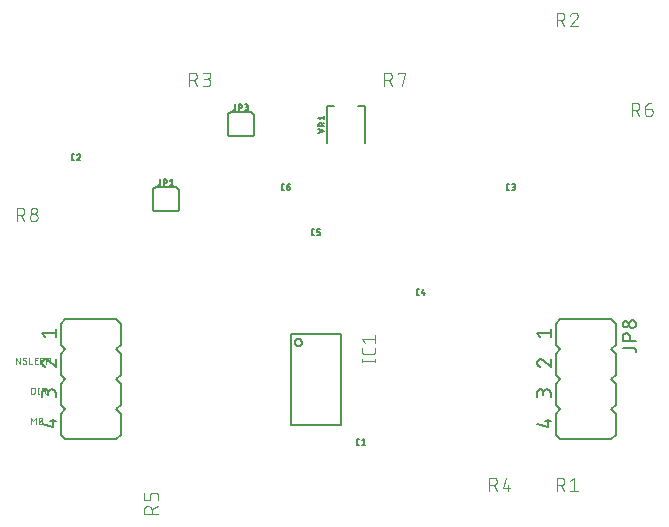
<source format=gto>
G04 EAGLE Gerber RS-274X export*
G75*
%MOMM*%
%FSLAX34Y34*%
%LPD*%
%INSilkscreen Top*%
%IPPOS*%
%AMOC8*
5,1,8,0,0,1.08239X$1,22.5*%
G01*
%ADD10C,0.050800*%
%ADD11C,0.127000*%
%ADD12C,0.203200*%
%ADD13C,0.101600*%
%ADD14C,0.152400*%


D10*
X139954Y393954D02*
X139954Y399542D01*
X143058Y393954D01*
X143058Y399542D01*
X148545Y395196D02*
X148543Y395126D01*
X148537Y395057D01*
X148527Y394988D01*
X148514Y394920D01*
X148496Y394852D01*
X148475Y394786D01*
X148450Y394721D01*
X148422Y394657D01*
X148390Y394595D01*
X148355Y394535D01*
X148316Y394477D01*
X148274Y394422D01*
X148229Y394368D01*
X148181Y394318D01*
X148131Y394270D01*
X148077Y394225D01*
X148022Y394183D01*
X147964Y394144D01*
X147904Y394109D01*
X147842Y394077D01*
X147778Y394049D01*
X147713Y394024D01*
X147647Y394003D01*
X147579Y393985D01*
X147511Y393972D01*
X147442Y393962D01*
X147373Y393956D01*
X147303Y393954D01*
X147204Y393956D01*
X147106Y393961D01*
X147008Y393971D01*
X146910Y393984D01*
X146813Y394000D01*
X146716Y394020D01*
X146621Y394044D01*
X146526Y394072D01*
X146432Y394103D01*
X146340Y394137D01*
X146249Y394175D01*
X146159Y394216D01*
X146071Y394261D01*
X145985Y394309D01*
X145901Y394360D01*
X145819Y394414D01*
X145738Y394472D01*
X145660Y394532D01*
X145585Y394595D01*
X145511Y394661D01*
X145441Y394730D01*
X145595Y398300D02*
X145597Y398370D01*
X145603Y398439D01*
X145613Y398508D01*
X145626Y398576D01*
X145644Y398644D01*
X145665Y398710D01*
X145690Y398775D01*
X145718Y398839D01*
X145750Y398901D01*
X145785Y398961D01*
X145824Y399019D01*
X145866Y399074D01*
X145911Y399128D01*
X145959Y399178D01*
X146009Y399226D01*
X146063Y399271D01*
X146118Y399313D01*
X146176Y399352D01*
X146236Y399387D01*
X146298Y399419D01*
X146362Y399447D01*
X146427Y399472D01*
X146493Y399493D01*
X146561Y399511D01*
X146629Y399524D01*
X146698Y399534D01*
X146767Y399540D01*
X146837Y399542D01*
X146931Y399540D01*
X147024Y399534D01*
X147117Y399525D01*
X147210Y399512D01*
X147302Y399495D01*
X147393Y399475D01*
X147484Y399450D01*
X147573Y399423D01*
X147661Y399391D01*
X147748Y399356D01*
X147834Y399318D01*
X147917Y399276D01*
X147999Y399231D01*
X148080Y399183D01*
X148158Y399131D01*
X148234Y399076D01*
X146217Y397214D02*
X146158Y397250D01*
X146102Y397290D01*
X146048Y397333D01*
X145996Y397378D01*
X145947Y397427D01*
X145901Y397478D01*
X145858Y397531D01*
X145817Y397587D01*
X145780Y397645D01*
X145745Y397705D01*
X145715Y397766D01*
X145687Y397829D01*
X145663Y397894D01*
X145643Y397960D01*
X145626Y398027D01*
X145613Y398094D01*
X145604Y398162D01*
X145598Y398231D01*
X145596Y398300D01*
X147924Y396282D02*
X147983Y396246D01*
X148039Y396206D01*
X148093Y396163D01*
X148145Y396118D01*
X148194Y396069D01*
X148240Y396018D01*
X148283Y395965D01*
X148324Y395909D01*
X148361Y395851D01*
X148396Y395791D01*
X148426Y395730D01*
X148454Y395667D01*
X148478Y395602D01*
X148498Y395536D01*
X148515Y395469D01*
X148528Y395402D01*
X148537Y395334D01*
X148543Y395265D01*
X148545Y395196D01*
X147924Y396282D02*
X146216Y397214D01*
X150938Y399542D02*
X150938Y393954D01*
X153421Y393954D01*
X155693Y393954D02*
X158176Y393954D01*
X155693Y393954D02*
X155693Y399542D01*
X158176Y399542D01*
X157555Y397058D02*
X155693Y397058D01*
X160447Y393954D02*
X162931Y393954D01*
X160447Y393954D02*
X160447Y399542D01*
X162931Y399542D01*
X162310Y397058D02*
X160447Y397058D01*
X165274Y399542D02*
X165274Y393954D01*
X165274Y399542D02*
X166826Y399542D01*
X166903Y399540D01*
X166981Y399534D01*
X167057Y399525D01*
X167134Y399511D01*
X167209Y399494D01*
X167283Y399473D01*
X167357Y399448D01*
X167429Y399420D01*
X167499Y399388D01*
X167568Y399353D01*
X167635Y399314D01*
X167700Y399272D01*
X167763Y399227D01*
X167824Y399179D01*
X167882Y399128D01*
X167937Y399074D01*
X167990Y399017D01*
X168039Y398958D01*
X168086Y398896D01*
X168130Y398832D01*
X168170Y398766D01*
X168207Y398698D01*
X168241Y398628D01*
X168271Y398557D01*
X168297Y398484D01*
X168320Y398410D01*
X168339Y398335D01*
X168354Y398260D01*
X168366Y398183D01*
X168374Y398106D01*
X168378Y398029D01*
X168378Y397951D01*
X168374Y397874D01*
X168366Y397797D01*
X168354Y397720D01*
X168339Y397645D01*
X168320Y397570D01*
X168297Y397496D01*
X168271Y397423D01*
X168241Y397352D01*
X168207Y397282D01*
X168170Y397214D01*
X168130Y397148D01*
X168086Y397084D01*
X168039Y397022D01*
X167990Y396963D01*
X167937Y396906D01*
X167882Y396852D01*
X167824Y396801D01*
X167763Y396753D01*
X167700Y396708D01*
X167635Y396666D01*
X167568Y396627D01*
X167499Y396592D01*
X167429Y396560D01*
X167357Y396532D01*
X167283Y396507D01*
X167209Y396486D01*
X167134Y396469D01*
X167057Y396455D01*
X166981Y396446D01*
X166903Y396440D01*
X166826Y396438D01*
X165274Y396438D01*
X152654Y374142D02*
X152654Y368554D01*
X152654Y374142D02*
X154206Y374142D01*
X154282Y374140D01*
X154358Y374135D01*
X154434Y374125D01*
X154509Y374112D01*
X154583Y374095D01*
X154657Y374075D01*
X154729Y374051D01*
X154800Y374024D01*
X154870Y373993D01*
X154938Y373959D01*
X155004Y373921D01*
X155068Y373880D01*
X155131Y373837D01*
X155191Y373790D01*
X155248Y373740D01*
X155303Y373687D01*
X155356Y373632D01*
X155406Y373575D01*
X155453Y373515D01*
X155496Y373452D01*
X155537Y373388D01*
X155575Y373322D01*
X155609Y373254D01*
X155640Y373184D01*
X155667Y373113D01*
X155691Y373040D01*
X155711Y372967D01*
X155728Y372893D01*
X155741Y372818D01*
X155751Y372742D01*
X155756Y372666D01*
X155758Y372590D01*
X155758Y370106D01*
X155756Y370027D01*
X155750Y369949D01*
X155740Y369871D01*
X155726Y369794D01*
X155708Y369717D01*
X155687Y369641D01*
X155661Y369567D01*
X155632Y369494D01*
X155599Y369423D01*
X155563Y369353D01*
X155523Y369285D01*
X155480Y369219D01*
X155433Y369156D01*
X155384Y369095D01*
X155331Y369037D01*
X155275Y368981D01*
X155217Y368928D01*
X155156Y368879D01*
X155093Y368832D01*
X155027Y368789D01*
X154959Y368749D01*
X154890Y368713D01*
X154818Y368680D01*
X154745Y368651D01*
X154671Y368625D01*
X154595Y368604D01*
X154518Y368586D01*
X154441Y368572D01*
X154363Y368562D01*
X154285Y368556D01*
X154206Y368554D01*
X152654Y368554D01*
X158778Y368554D02*
X158778Y374142D01*
X158157Y368554D02*
X159399Y368554D01*
X159399Y374142D02*
X158157Y374142D01*
X161834Y374142D02*
X161834Y368554D01*
X161834Y374142D02*
X163386Y374142D01*
X163463Y374140D01*
X163541Y374134D01*
X163617Y374125D01*
X163694Y374111D01*
X163769Y374094D01*
X163843Y374073D01*
X163917Y374048D01*
X163989Y374020D01*
X164059Y373988D01*
X164128Y373953D01*
X164195Y373914D01*
X164260Y373872D01*
X164323Y373827D01*
X164384Y373779D01*
X164442Y373728D01*
X164497Y373674D01*
X164550Y373617D01*
X164599Y373558D01*
X164646Y373496D01*
X164690Y373432D01*
X164730Y373366D01*
X164767Y373298D01*
X164801Y373228D01*
X164831Y373157D01*
X164857Y373084D01*
X164880Y373010D01*
X164899Y372935D01*
X164914Y372860D01*
X164926Y372783D01*
X164934Y372706D01*
X164938Y372629D01*
X164938Y372551D01*
X164934Y372474D01*
X164926Y372397D01*
X164914Y372320D01*
X164899Y372245D01*
X164880Y372170D01*
X164857Y372096D01*
X164831Y372023D01*
X164801Y371952D01*
X164767Y371882D01*
X164730Y371814D01*
X164690Y371748D01*
X164646Y371684D01*
X164599Y371622D01*
X164550Y371563D01*
X164497Y371506D01*
X164442Y371452D01*
X164384Y371401D01*
X164323Y371353D01*
X164260Y371308D01*
X164195Y371266D01*
X164128Y371227D01*
X164059Y371192D01*
X163989Y371160D01*
X163917Y371132D01*
X163843Y371107D01*
X163769Y371086D01*
X163694Y371069D01*
X163617Y371055D01*
X163541Y371046D01*
X163463Y371040D01*
X163386Y371038D01*
X161834Y371038D01*
X163697Y371038D02*
X164938Y368554D01*
X152654Y348742D02*
X152654Y343154D01*
X154517Y345638D02*
X152654Y348742D01*
X154517Y345638D02*
X156379Y348742D01*
X156379Y343154D01*
X158999Y345948D02*
X159001Y346079D01*
X159006Y346209D01*
X159016Y346339D01*
X159029Y346469D01*
X159045Y346599D01*
X159065Y346728D01*
X159089Y346856D01*
X159117Y346983D01*
X159148Y347110D01*
X159183Y347236D01*
X159221Y347361D01*
X159263Y347485D01*
X159308Y347607D01*
X159357Y347728D01*
X159409Y347848D01*
X159465Y347966D01*
X159488Y348026D01*
X159514Y348086D01*
X159543Y348143D01*
X159576Y348199D01*
X159612Y348253D01*
X159650Y348305D01*
X159692Y348355D01*
X159736Y348402D01*
X159783Y348447D01*
X159833Y348489D01*
X159884Y348528D01*
X159938Y348564D01*
X159994Y348597D01*
X160051Y348627D01*
X160110Y348654D01*
X160171Y348677D01*
X160232Y348697D01*
X160295Y348713D01*
X160359Y348726D01*
X160423Y348735D01*
X160487Y348740D01*
X160552Y348742D01*
X160617Y348740D01*
X160681Y348735D01*
X160745Y348726D01*
X160809Y348713D01*
X160872Y348697D01*
X160933Y348677D01*
X160994Y348654D01*
X161053Y348627D01*
X161110Y348597D01*
X161166Y348564D01*
X161220Y348528D01*
X161271Y348489D01*
X161321Y348447D01*
X161368Y348402D01*
X161412Y348355D01*
X161454Y348305D01*
X161492Y348253D01*
X161528Y348199D01*
X161561Y348143D01*
X161590Y348086D01*
X161616Y348026D01*
X161639Y347966D01*
X161638Y347966D02*
X161694Y347848D01*
X161746Y347728D01*
X161795Y347607D01*
X161840Y347485D01*
X161882Y347361D01*
X161920Y347236D01*
X161955Y347110D01*
X161986Y346984D01*
X162014Y346856D01*
X162038Y346728D01*
X162058Y346599D01*
X162074Y346469D01*
X162087Y346339D01*
X162097Y346209D01*
X162102Y346079D01*
X162104Y345948D01*
X159000Y345948D02*
X159002Y345817D01*
X159007Y345687D01*
X159017Y345557D01*
X159030Y345427D01*
X159046Y345297D01*
X159066Y345168D01*
X159090Y345040D01*
X159118Y344913D01*
X159149Y344786D01*
X159184Y344660D01*
X159222Y344535D01*
X159264Y344411D01*
X159309Y344289D01*
X159358Y344168D01*
X159410Y344048D01*
X159466Y343930D01*
X159465Y343930D02*
X159488Y343870D01*
X159514Y343810D01*
X159543Y343753D01*
X159576Y343697D01*
X159612Y343643D01*
X159650Y343591D01*
X159692Y343541D01*
X159736Y343494D01*
X159783Y343449D01*
X159833Y343407D01*
X159884Y343368D01*
X159938Y343332D01*
X159994Y343299D01*
X160051Y343269D01*
X160110Y343242D01*
X160171Y343219D01*
X160232Y343199D01*
X160295Y343183D01*
X160359Y343170D01*
X160423Y343161D01*
X160487Y343156D01*
X160552Y343154D01*
X161638Y343930D02*
X161694Y344048D01*
X161746Y344168D01*
X161795Y344289D01*
X161840Y344411D01*
X161882Y344535D01*
X161920Y344660D01*
X161955Y344786D01*
X161986Y344912D01*
X162014Y345040D01*
X162038Y345168D01*
X162058Y345297D01*
X162074Y345427D01*
X162087Y345557D01*
X162097Y345687D01*
X162102Y345817D01*
X162104Y345948D01*
X161639Y343930D02*
X161616Y343870D01*
X161590Y343810D01*
X161561Y343753D01*
X161528Y343697D01*
X161492Y343643D01*
X161454Y343591D01*
X161412Y343541D01*
X161368Y343494D01*
X161321Y343449D01*
X161271Y343407D01*
X161220Y343368D01*
X161166Y343332D01*
X161110Y343299D01*
X161053Y343269D01*
X160994Y343242D01*
X160933Y343219D01*
X160872Y343199D01*
X160809Y343183D01*
X160745Y343170D01*
X160681Y343161D01*
X160617Y343156D01*
X160552Y343154D01*
X159310Y344396D02*
X161793Y347500D01*
D11*
X429232Y325755D02*
X430304Y325755D01*
X429232Y325755D02*
X429167Y325757D01*
X429103Y325763D01*
X429039Y325773D01*
X428975Y325786D01*
X428913Y325804D01*
X428852Y325825D01*
X428792Y325849D01*
X428734Y325878D01*
X428677Y325910D01*
X428623Y325945D01*
X428571Y325983D01*
X428521Y326025D01*
X428474Y326069D01*
X428430Y326116D01*
X428388Y326166D01*
X428350Y326218D01*
X428315Y326272D01*
X428283Y326329D01*
X428254Y326387D01*
X428230Y326447D01*
X428209Y326508D01*
X428191Y326570D01*
X428178Y326634D01*
X428168Y326698D01*
X428162Y326762D01*
X428160Y326827D01*
X428159Y326827D02*
X428159Y329509D01*
X428160Y329509D02*
X428162Y329574D01*
X428168Y329638D01*
X428178Y329702D01*
X428191Y329766D01*
X428209Y329828D01*
X428230Y329889D01*
X428254Y329949D01*
X428283Y330007D01*
X428315Y330064D01*
X428350Y330118D01*
X428388Y330170D01*
X428430Y330220D01*
X428474Y330267D01*
X428521Y330311D01*
X428571Y330353D01*
X428623Y330391D01*
X428677Y330426D01*
X428734Y330458D01*
X428792Y330487D01*
X428852Y330511D01*
X428913Y330532D01*
X428975Y330550D01*
X429039Y330563D01*
X429103Y330573D01*
X429167Y330579D01*
X429232Y330581D01*
X430304Y330581D01*
X432760Y329509D02*
X434100Y330581D01*
X434100Y325755D01*
X432760Y325755D02*
X435441Y325755D01*
X189004Y567055D02*
X187932Y567055D01*
X187867Y567057D01*
X187803Y567063D01*
X187739Y567073D01*
X187675Y567086D01*
X187613Y567104D01*
X187552Y567125D01*
X187492Y567149D01*
X187434Y567178D01*
X187377Y567210D01*
X187323Y567245D01*
X187271Y567283D01*
X187221Y567325D01*
X187174Y567369D01*
X187130Y567416D01*
X187088Y567466D01*
X187050Y567518D01*
X187015Y567572D01*
X186983Y567629D01*
X186954Y567687D01*
X186930Y567747D01*
X186909Y567808D01*
X186891Y567870D01*
X186878Y567934D01*
X186868Y567998D01*
X186862Y568062D01*
X186860Y568127D01*
X186859Y568127D02*
X186859Y570809D01*
X186860Y570809D02*
X186862Y570874D01*
X186868Y570938D01*
X186878Y571002D01*
X186891Y571066D01*
X186909Y571128D01*
X186930Y571189D01*
X186954Y571249D01*
X186983Y571307D01*
X187015Y571364D01*
X187050Y571418D01*
X187088Y571470D01*
X187130Y571520D01*
X187174Y571567D01*
X187221Y571611D01*
X187271Y571653D01*
X187323Y571691D01*
X187377Y571726D01*
X187434Y571758D01*
X187492Y571787D01*
X187552Y571811D01*
X187613Y571832D01*
X187675Y571850D01*
X187739Y571863D01*
X187803Y571873D01*
X187867Y571879D01*
X187932Y571881D01*
X189004Y571881D01*
X192934Y571881D02*
X193002Y571879D01*
X193069Y571873D01*
X193136Y571864D01*
X193203Y571851D01*
X193268Y571834D01*
X193333Y571813D01*
X193396Y571789D01*
X193458Y571761D01*
X193518Y571730D01*
X193576Y571696D01*
X193632Y571658D01*
X193687Y571618D01*
X193738Y571574D01*
X193787Y571527D01*
X193834Y571478D01*
X193878Y571427D01*
X193918Y571372D01*
X193956Y571316D01*
X193990Y571258D01*
X194021Y571198D01*
X194049Y571136D01*
X194073Y571073D01*
X194094Y571008D01*
X194111Y570943D01*
X194124Y570876D01*
X194133Y570809D01*
X194139Y570742D01*
X194141Y570674D01*
X192934Y571881D02*
X192856Y571879D01*
X192778Y571873D01*
X192701Y571863D01*
X192624Y571850D01*
X192548Y571832D01*
X192473Y571811D01*
X192399Y571786D01*
X192327Y571757D01*
X192256Y571725D01*
X192187Y571689D01*
X192119Y571650D01*
X192054Y571607D01*
X191991Y571561D01*
X191930Y571512D01*
X191872Y571460D01*
X191817Y571405D01*
X191764Y571348D01*
X191715Y571288D01*
X191668Y571225D01*
X191625Y571161D01*
X191585Y571094D01*
X191548Y571025D01*
X191515Y570954D01*
X191485Y570882D01*
X191459Y570809D01*
X193739Y569736D02*
X193788Y569785D01*
X193835Y569837D01*
X193878Y569892D01*
X193919Y569949D01*
X193957Y570008D01*
X193991Y570069D01*
X194022Y570132D01*
X194050Y570196D01*
X194074Y570262D01*
X194094Y570328D01*
X194111Y570396D01*
X194124Y570465D01*
X194133Y570534D01*
X194139Y570604D01*
X194141Y570674D01*
X193739Y569736D02*
X191460Y567055D01*
X194141Y567055D01*
X556232Y541655D02*
X557304Y541655D01*
X556232Y541655D02*
X556167Y541657D01*
X556103Y541663D01*
X556039Y541673D01*
X555975Y541686D01*
X555913Y541704D01*
X555852Y541725D01*
X555792Y541749D01*
X555734Y541778D01*
X555677Y541810D01*
X555623Y541845D01*
X555571Y541883D01*
X555521Y541925D01*
X555474Y541969D01*
X555430Y542016D01*
X555388Y542066D01*
X555350Y542118D01*
X555315Y542172D01*
X555283Y542229D01*
X555254Y542287D01*
X555230Y542347D01*
X555209Y542408D01*
X555191Y542470D01*
X555178Y542534D01*
X555168Y542598D01*
X555162Y542662D01*
X555160Y542727D01*
X555159Y542727D02*
X555159Y545409D01*
X555160Y545409D02*
X555162Y545474D01*
X555168Y545538D01*
X555178Y545602D01*
X555191Y545666D01*
X555209Y545728D01*
X555230Y545789D01*
X555254Y545849D01*
X555283Y545907D01*
X555315Y545964D01*
X555350Y546018D01*
X555388Y546070D01*
X555430Y546120D01*
X555474Y546167D01*
X555521Y546211D01*
X555571Y546253D01*
X555623Y546291D01*
X555677Y546326D01*
X555734Y546358D01*
X555792Y546387D01*
X555852Y546411D01*
X555913Y546432D01*
X555975Y546450D01*
X556039Y546463D01*
X556103Y546473D01*
X556167Y546479D01*
X556232Y546481D01*
X557304Y546481D01*
X559760Y541655D02*
X561100Y541655D01*
X561171Y541657D01*
X561243Y541663D01*
X561313Y541672D01*
X561383Y541685D01*
X561453Y541702D01*
X561521Y541723D01*
X561588Y541747D01*
X561654Y541775D01*
X561718Y541806D01*
X561781Y541841D01*
X561841Y541879D01*
X561900Y541920D01*
X561956Y541964D01*
X562010Y542011D01*
X562061Y542060D01*
X562109Y542113D01*
X562155Y542168D01*
X562197Y542225D01*
X562237Y542285D01*
X562273Y542346D01*
X562306Y542410D01*
X562335Y542475D01*
X562361Y542541D01*
X562384Y542609D01*
X562403Y542678D01*
X562418Y542748D01*
X562429Y542818D01*
X562437Y542889D01*
X562441Y542960D01*
X562441Y543032D01*
X562437Y543103D01*
X562429Y543174D01*
X562418Y543244D01*
X562403Y543314D01*
X562384Y543383D01*
X562361Y543451D01*
X562335Y543517D01*
X562306Y543582D01*
X562273Y543646D01*
X562237Y543707D01*
X562197Y543767D01*
X562155Y543824D01*
X562109Y543879D01*
X562061Y543932D01*
X562010Y543981D01*
X561956Y544028D01*
X561900Y544072D01*
X561841Y544113D01*
X561781Y544151D01*
X561718Y544186D01*
X561654Y544217D01*
X561588Y544245D01*
X561521Y544269D01*
X561453Y544290D01*
X561383Y544307D01*
X561313Y544320D01*
X561243Y544329D01*
X561171Y544335D01*
X561100Y544337D01*
X561368Y546481D02*
X559760Y546481D01*
X561368Y546481D02*
X561433Y546479D01*
X561497Y546473D01*
X561561Y546463D01*
X561625Y546450D01*
X561687Y546432D01*
X561748Y546411D01*
X561808Y546387D01*
X561866Y546358D01*
X561923Y546326D01*
X561977Y546291D01*
X562029Y546253D01*
X562079Y546211D01*
X562126Y546167D01*
X562170Y546120D01*
X562212Y546070D01*
X562250Y546018D01*
X562285Y545964D01*
X562317Y545907D01*
X562346Y545849D01*
X562370Y545789D01*
X562391Y545728D01*
X562409Y545666D01*
X562422Y545602D01*
X562432Y545538D01*
X562438Y545474D01*
X562440Y545409D01*
X562438Y545344D01*
X562432Y545280D01*
X562422Y545216D01*
X562409Y545152D01*
X562391Y545090D01*
X562370Y545029D01*
X562346Y544969D01*
X562317Y544911D01*
X562285Y544854D01*
X562250Y544800D01*
X562212Y544748D01*
X562170Y544698D01*
X562126Y544651D01*
X562079Y544607D01*
X562029Y544565D01*
X561977Y544527D01*
X561923Y544492D01*
X561866Y544460D01*
X561808Y544431D01*
X561748Y544407D01*
X561687Y544386D01*
X561625Y544368D01*
X561561Y544355D01*
X561497Y544345D01*
X561433Y544339D01*
X561368Y544337D01*
X561368Y544336D02*
X560296Y544336D01*
X481104Y452755D02*
X480032Y452755D01*
X479967Y452757D01*
X479903Y452763D01*
X479839Y452773D01*
X479775Y452786D01*
X479713Y452804D01*
X479652Y452825D01*
X479592Y452849D01*
X479534Y452878D01*
X479477Y452910D01*
X479423Y452945D01*
X479371Y452983D01*
X479321Y453025D01*
X479274Y453069D01*
X479230Y453116D01*
X479188Y453166D01*
X479150Y453218D01*
X479115Y453272D01*
X479083Y453329D01*
X479054Y453387D01*
X479030Y453447D01*
X479009Y453508D01*
X478991Y453570D01*
X478978Y453634D01*
X478968Y453698D01*
X478962Y453762D01*
X478960Y453827D01*
X478959Y453827D02*
X478959Y456509D01*
X478960Y456509D02*
X478962Y456574D01*
X478968Y456638D01*
X478978Y456702D01*
X478991Y456766D01*
X479009Y456828D01*
X479030Y456889D01*
X479054Y456949D01*
X479083Y457007D01*
X479115Y457064D01*
X479150Y457118D01*
X479188Y457170D01*
X479230Y457220D01*
X479274Y457267D01*
X479321Y457311D01*
X479371Y457353D01*
X479423Y457391D01*
X479477Y457426D01*
X479534Y457458D01*
X479592Y457487D01*
X479652Y457511D01*
X479713Y457532D01*
X479775Y457550D01*
X479839Y457563D01*
X479903Y457573D01*
X479967Y457579D01*
X480032Y457581D01*
X481104Y457581D01*
X484632Y457581D02*
X483560Y453827D01*
X486241Y453827D01*
X485437Y454900D02*
X485437Y452755D01*
X392204Y503555D02*
X391132Y503555D01*
X391067Y503557D01*
X391003Y503563D01*
X390939Y503573D01*
X390875Y503586D01*
X390813Y503604D01*
X390752Y503625D01*
X390692Y503649D01*
X390634Y503678D01*
X390577Y503710D01*
X390523Y503745D01*
X390471Y503783D01*
X390421Y503825D01*
X390374Y503869D01*
X390330Y503916D01*
X390288Y503966D01*
X390250Y504018D01*
X390215Y504072D01*
X390183Y504129D01*
X390154Y504187D01*
X390130Y504247D01*
X390109Y504308D01*
X390091Y504370D01*
X390078Y504434D01*
X390068Y504498D01*
X390062Y504562D01*
X390060Y504627D01*
X390059Y504627D02*
X390059Y507309D01*
X390060Y507309D02*
X390062Y507374D01*
X390068Y507438D01*
X390078Y507502D01*
X390091Y507566D01*
X390109Y507628D01*
X390130Y507689D01*
X390154Y507749D01*
X390183Y507807D01*
X390215Y507864D01*
X390250Y507918D01*
X390288Y507970D01*
X390330Y508020D01*
X390374Y508067D01*
X390421Y508111D01*
X390471Y508153D01*
X390523Y508191D01*
X390577Y508226D01*
X390634Y508258D01*
X390692Y508287D01*
X390752Y508311D01*
X390813Y508332D01*
X390875Y508350D01*
X390939Y508363D01*
X391003Y508373D01*
X391067Y508379D01*
X391132Y508381D01*
X392204Y508381D01*
X394660Y503555D02*
X396268Y503555D01*
X396333Y503557D01*
X396397Y503563D01*
X396461Y503573D01*
X396525Y503586D01*
X396587Y503604D01*
X396648Y503625D01*
X396708Y503649D01*
X396766Y503678D01*
X396823Y503710D01*
X396877Y503745D01*
X396929Y503783D01*
X396979Y503825D01*
X397026Y503869D01*
X397070Y503916D01*
X397112Y503966D01*
X397150Y504018D01*
X397185Y504072D01*
X397217Y504129D01*
X397246Y504187D01*
X397270Y504247D01*
X397291Y504308D01*
X397309Y504370D01*
X397322Y504434D01*
X397332Y504498D01*
X397338Y504562D01*
X397340Y504627D01*
X397341Y504627D02*
X397341Y505164D01*
X397340Y505164D02*
X397338Y505229D01*
X397332Y505293D01*
X397322Y505357D01*
X397309Y505421D01*
X397291Y505483D01*
X397270Y505544D01*
X397246Y505604D01*
X397217Y505662D01*
X397185Y505719D01*
X397150Y505773D01*
X397112Y505825D01*
X397070Y505875D01*
X397026Y505922D01*
X396979Y505966D01*
X396929Y506008D01*
X396877Y506046D01*
X396823Y506081D01*
X396766Y506113D01*
X396708Y506142D01*
X396648Y506166D01*
X396587Y506187D01*
X396525Y506205D01*
X396461Y506218D01*
X396397Y506228D01*
X396333Y506234D01*
X396268Y506236D01*
X394660Y506236D01*
X394660Y508381D01*
X397341Y508381D01*
X366804Y541655D02*
X365732Y541655D01*
X365667Y541657D01*
X365603Y541663D01*
X365539Y541673D01*
X365475Y541686D01*
X365413Y541704D01*
X365352Y541725D01*
X365292Y541749D01*
X365234Y541778D01*
X365177Y541810D01*
X365123Y541845D01*
X365071Y541883D01*
X365021Y541925D01*
X364974Y541969D01*
X364930Y542016D01*
X364888Y542066D01*
X364850Y542118D01*
X364815Y542172D01*
X364783Y542229D01*
X364754Y542287D01*
X364730Y542347D01*
X364709Y542408D01*
X364691Y542470D01*
X364678Y542534D01*
X364668Y542598D01*
X364662Y542662D01*
X364660Y542727D01*
X364659Y542727D02*
X364659Y545409D01*
X364660Y545409D02*
X364662Y545474D01*
X364668Y545538D01*
X364678Y545602D01*
X364691Y545666D01*
X364709Y545728D01*
X364730Y545789D01*
X364754Y545849D01*
X364783Y545907D01*
X364815Y545964D01*
X364850Y546018D01*
X364888Y546070D01*
X364930Y546120D01*
X364974Y546167D01*
X365021Y546211D01*
X365071Y546253D01*
X365123Y546291D01*
X365177Y546326D01*
X365234Y546358D01*
X365292Y546387D01*
X365352Y546411D01*
X365413Y546432D01*
X365475Y546450D01*
X365539Y546463D01*
X365603Y546473D01*
X365667Y546479D01*
X365732Y546481D01*
X366804Y546481D01*
X369260Y544336D02*
X370868Y544336D01*
X370933Y544334D01*
X370997Y544328D01*
X371061Y544318D01*
X371125Y544305D01*
X371187Y544287D01*
X371248Y544266D01*
X371308Y544242D01*
X371366Y544213D01*
X371423Y544181D01*
X371477Y544146D01*
X371529Y544108D01*
X371579Y544066D01*
X371626Y544022D01*
X371670Y543975D01*
X371712Y543925D01*
X371750Y543873D01*
X371785Y543819D01*
X371817Y543762D01*
X371846Y543704D01*
X371870Y543644D01*
X371891Y543583D01*
X371909Y543521D01*
X371922Y543457D01*
X371932Y543393D01*
X371938Y543329D01*
X371940Y543264D01*
X371941Y543264D02*
X371941Y542996D01*
X371939Y542925D01*
X371933Y542853D01*
X371924Y542783D01*
X371911Y542713D01*
X371894Y542643D01*
X371873Y542575D01*
X371849Y542508D01*
X371821Y542442D01*
X371790Y542378D01*
X371755Y542315D01*
X371717Y542255D01*
X371676Y542196D01*
X371632Y542140D01*
X371585Y542086D01*
X371536Y542035D01*
X371483Y541987D01*
X371428Y541941D01*
X371371Y541899D01*
X371311Y541859D01*
X371250Y541823D01*
X371186Y541790D01*
X371121Y541761D01*
X371055Y541735D01*
X370987Y541712D01*
X370918Y541693D01*
X370848Y541678D01*
X370778Y541667D01*
X370707Y541659D01*
X370636Y541655D01*
X370564Y541655D01*
X370493Y541659D01*
X370422Y541667D01*
X370352Y541678D01*
X370282Y541693D01*
X370213Y541712D01*
X370145Y541735D01*
X370079Y541761D01*
X370014Y541790D01*
X369950Y541823D01*
X369889Y541859D01*
X369829Y541899D01*
X369772Y541941D01*
X369717Y541987D01*
X369664Y542035D01*
X369615Y542086D01*
X369568Y542140D01*
X369524Y542196D01*
X369483Y542255D01*
X369445Y542315D01*
X369410Y542378D01*
X369379Y542442D01*
X369351Y542508D01*
X369327Y542575D01*
X369306Y542643D01*
X369289Y542713D01*
X369276Y542783D01*
X369267Y542853D01*
X369261Y542925D01*
X369259Y542996D01*
X369260Y542996D02*
X369260Y544336D01*
X369262Y544427D01*
X369268Y544518D01*
X369277Y544608D01*
X369291Y544699D01*
X369308Y544788D01*
X369329Y544876D01*
X369354Y544964D01*
X369383Y545051D01*
X369415Y545136D01*
X369450Y545220D01*
X369490Y545302D01*
X369532Y545382D01*
X369578Y545461D01*
X369628Y545537D01*
X369680Y545611D01*
X369736Y545684D01*
X369795Y545753D01*
X369856Y545820D01*
X369921Y545885D01*
X369988Y545946D01*
X370057Y546005D01*
X370129Y546061D01*
X370204Y546113D01*
X370280Y546163D01*
X370359Y546209D01*
X370439Y546251D01*
X370521Y546291D01*
X370605Y546326D01*
X370690Y546358D01*
X370777Y546387D01*
X370864Y546412D01*
X370953Y546433D01*
X371042Y546450D01*
X371133Y546464D01*
X371223Y546473D01*
X371314Y546479D01*
X371405Y546481D01*
D12*
X415200Y419500D02*
X415200Y342500D01*
X372200Y342500D01*
X372200Y419500D01*
X415200Y419500D01*
X375700Y412500D02*
X375702Y412609D01*
X375708Y412718D01*
X375718Y412826D01*
X375732Y412934D01*
X375749Y413042D01*
X375771Y413149D01*
X375796Y413255D01*
X375826Y413359D01*
X375859Y413463D01*
X375896Y413566D01*
X375936Y413667D01*
X375980Y413766D01*
X376028Y413864D01*
X376080Y413961D01*
X376134Y414055D01*
X376192Y414147D01*
X376254Y414237D01*
X376319Y414324D01*
X376386Y414410D01*
X376457Y414493D01*
X376531Y414573D01*
X376608Y414650D01*
X376687Y414725D01*
X376769Y414796D01*
X376854Y414865D01*
X376941Y414930D01*
X377030Y414993D01*
X377122Y415051D01*
X377216Y415107D01*
X377311Y415159D01*
X377409Y415208D01*
X377508Y415253D01*
X377609Y415295D01*
X377711Y415332D01*
X377814Y415366D01*
X377919Y415397D01*
X378025Y415423D01*
X378131Y415446D01*
X378239Y415464D01*
X378347Y415479D01*
X378455Y415490D01*
X378564Y415497D01*
X378673Y415500D01*
X378782Y415499D01*
X378891Y415494D01*
X378999Y415485D01*
X379107Y415472D01*
X379215Y415455D01*
X379322Y415435D01*
X379428Y415410D01*
X379533Y415382D01*
X379637Y415350D01*
X379740Y415314D01*
X379842Y415274D01*
X379942Y415231D01*
X380040Y415184D01*
X380137Y415134D01*
X380231Y415080D01*
X380324Y415022D01*
X380415Y414962D01*
X380503Y414898D01*
X380589Y414831D01*
X380672Y414761D01*
X380753Y414688D01*
X380831Y414612D01*
X380906Y414533D01*
X380979Y414451D01*
X381048Y414367D01*
X381114Y414281D01*
X381177Y414192D01*
X381237Y414101D01*
X381294Y414008D01*
X381347Y413913D01*
X381396Y413816D01*
X381442Y413717D01*
X381484Y413617D01*
X381523Y413515D01*
X381558Y413411D01*
X381589Y413307D01*
X381617Y413202D01*
X381640Y413095D01*
X381660Y412988D01*
X381676Y412880D01*
X381688Y412772D01*
X381696Y412663D01*
X381700Y412554D01*
X381700Y412446D01*
X381696Y412337D01*
X381688Y412228D01*
X381676Y412120D01*
X381660Y412012D01*
X381640Y411905D01*
X381617Y411798D01*
X381589Y411693D01*
X381558Y411589D01*
X381523Y411485D01*
X381484Y411383D01*
X381442Y411283D01*
X381396Y411184D01*
X381347Y411087D01*
X381294Y410992D01*
X381237Y410899D01*
X381177Y410808D01*
X381114Y410719D01*
X381048Y410633D01*
X380979Y410549D01*
X380906Y410467D01*
X380831Y410388D01*
X380753Y410312D01*
X380672Y410239D01*
X380589Y410169D01*
X380503Y410102D01*
X380415Y410038D01*
X380324Y409978D01*
X380231Y409920D01*
X380137Y409866D01*
X380040Y409816D01*
X379942Y409769D01*
X379842Y409726D01*
X379740Y409686D01*
X379637Y409650D01*
X379533Y409618D01*
X379428Y409590D01*
X379322Y409565D01*
X379215Y409545D01*
X379107Y409528D01*
X378999Y409515D01*
X378891Y409506D01*
X378782Y409501D01*
X378673Y409500D01*
X378564Y409503D01*
X378455Y409510D01*
X378347Y409521D01*
X378239Y409536D01*
X378131Y409554D01*
X378025Y409577D01*
X377919Y409603D01*
X377814Y409634D01*
X377711Y409668D01*
X377609Y409705D01*
X377508Y409747D01*
X377409Y409792D01*
X377311Y409841D01*
X377216Y409893D01*
X377122Y409949D01*
X377030Y410007D01*
X376941Y410070D01*
X376854Y410135D01*
X376769Y410204D01*
X376687Y410275D01*
X376608Y410350D01*
X376531Y410427D01*
X376457Y410507D01*
X376386Y410590D01*
X376319Y410676D01*
X376254Y410763D01*
X376192Y410853D01*
X376134Y410945D01*
X376080Y411039D01*
X376028Y411136D01*
X375980Y411234D01*
X375936Y411333D01*
X375896Y411434D01*
X375859Y411537D01*
X375826Y411641D01*
X375796Y411745D01*
X375771Y411851D01*
X375749Y411958D01*
X375732Y412066D01*
X375718Y412174D01*
X375708Y412282D01*
X375702Y412391D01*
X375700Y412500D01*
D13*
X432308Y396677D02*
X443992Y396677D01*
X443992Y395379D02*
X443992Y397976D01*
X432308Y397976D02*
X432308Y395379D01*
X443992Y405139D02*
X443992Y407736D01*
X443992Y405139D02*
X443990Y405040D01*
X443984Y404940D01*
X443975Y404841D01*
X443962Y404743D01*
X443945Y404645D01*
X443924Y404547D01*
X443899Y404451D01*
X443871Y404356D01*
X443839Y404262D01*
X443804Y404169D01*
X443765Y404077D01*
X443722Y403987D01*
X443677Y403899D01*
X443627Y403812D01*
X443575Y403728D01*
X443519Y403645D01*
X443461Y403565D01*
X443399Y403487D01*
X443334Y403412D01*
X443266Y403339D01*
X443196Y403269D01*
X443123Y403201D01*
X443048Y403136D01*
X442970Y403074D01*
X442890Y403016D01*
X442807Y402960D01*
X442723Y402908D01*
X442636Y402858D01*
X442548Y402813D01*
X442458Y402770D01*
X442366Y402731D01*
X442273Y402696D01*
X442179Y402664D01*
X442084Y402636D01*
X441988Y402611D01*
X441890Y402590D01*
X441792Y402573D01*
X441694Y402560D01*
X441595Y402551D01*
X441495Y402545D01*
X441396Y402543D01*
X434904Y402543D01*
X434904Y402542D02*
X434805Y402544D01*
X434705Y402550D01*
X434606Y402559D01*
X434508Y402572D01*
X434410Y402590D01*
X434312Y402610D01*
X434216Y402635D01*
X434120Y402663D01*
X434026Y402695D01*
X433933Y402730D01*
X433842Y402769D01*
X433752Y402812D01*
X433663Y402857D01*
X433577Y402907D01*
X433492Y402959D01*
X433410Y403015D01*
X433330Y403074D01*
X433252Y403135D01*
X433176Y403200D01*
X433103Y403268D01*
X433033Y403338D01*
X432965Y403411D01*
X432900Y403487D01*
X432839Y403565D01*
X432780Y403645D01*
X432724Y403727D01*
X432672Y403812D01*
X432623Y403898D01*
X432577Y403987D01*
X432534Y404077D01*
X432495Y404168D01*
X432460Y404261D01*
X432428Y404355D01*
X432400Y404451D01*
X432375Y404547D01*
X432355Y404645D01*
X432337Y404743D01*
X432324Y404841D01*
X432315Y404940D01*
X432309Y405039D01*
X432307Y405139D01*
X432308Y405139D02*
X432308Y407736D01*
X434904Y412101D02*
X432308Y415346D01*
X443992Y415346D01*
X443992Y412101D02*
X443992Y418592D01*
D14*
X275336Y523240D02*
X258064Y523240D01*
X277876Y541020D02*
X277874Y541120D01*
X277868Y541219D01*
X277858Y541319D01*
X277845Y541417D01*
X277827Y541516D01*
X277806Y541613D01*
X277781Y541709D01*
X277752Y541805D01*
X277719Y541899D01*
X277683Y541992D01*
X277643Y542083D01*
X277599Y542173D01*
X277552Y542261D01*
X277502Y542347D01*
X277448Y542431D01*
X277391Y542513D01*
X277331Y542592D01*
X277267Y542670D01*
X277201Y542744D01*
X277132Y542816D01*
X277060Y542885D01*
X276986Y542951D01*
X276908Y543015D01*
X276829Y543075D01*
X276747Y543132D01*
X276663Y543186D01*
X276577Y543236D01*
X276489Y543283D01*
X276399Y543327D01*
X276308Y543367D01*
X276215Y543403D01*
X276121Y543436D01*
X276025Y543465D01*
X275929Y543490D01*
X275832Y543511D01*
X275733Y543529D01*
X275635Y543542D01*
X275535Y543552D01*
X275436Y543558D01*
X275336Y543560D01*
X258064Y543560D02*
X257964Y543558D01*
X257865Y543552D01*
X257765Y543542D01*
X257667Y543529D01*
X257568Y543511D01*
X257471Y543490D01*
X257375Y543465D01*
X257279Y543436D01*
X257185Y543403D01*
X257092Y543367D01*
X257001Y543327D01*
X256911Y543283D01*
X256823Y543236D01*
X256737Y543186D01*
X256653Y543132D01*
X256571Y543075D01*
X256492Y543015D01*
X256414Y542951D01*
X256340Y542885D01*
X256268Y542816D01*
X256199Y542744D01*
X256133Y542670D01*
X256069Y542592D01*
X256009Y542513D01*
X255952Y542431D01*
X255898Y542347D01*
X255848Y542261D01*
X255801Y542173D01*
X255757Y542083D01*
X255717Y541992D01*
X255681Y541899D01*
X255648Y541805D01*
X255619Y541709D01*
X255594Y541613D01*
X255573Y541516D01*
X255555Y541417D01*
X255542Y541319D01*
X255532Y541219D01*
X255526Y541120D01*
X255524Y541020D01*
X255524Y525780D02*
X255526Y525680D01*
X255532Y525581D01*
X255542Y525481D01*
X255555Y525383D01*
X255573Y525284D01*
X255594Y525187D01*
X255619Y525091D01*
X255648Y524995D01*
X255681Y524901D01*
X255717Y524808D01*
X255757Y524717D01*
X255801Y524627D01*
X255848Y524539D01*
X255898Y524453D01*
X255952Y524369D01*
X256009Y524287D01*
X256069Y524208D01*
X256133Y524130D01*
X256199Y524056D01*
X256268Y523984D01*
X256340Y523915D01*
X256414Y523849D01*
X256492Y523785D01*
X256571Y523725D01*
X256653Y523668D01*
X256737Y523614D01*
X256823Y523564D01*
X256911Y523517D01*
X257001Y523473D01*
X257092Y523433D01*
X257185Y523397D01*
X257279Y523364D01*
X257375Y523335D01*
X257471Y523310D01*
X257568Y523289D01*
X257667Y523271D01*
X257765Y523258D01*
X257865Y523248D01*
X257964Y523242D01*
X258064Y523240D01*
X275336Y523240D02*
X275436Y523242D01*
X275535Y523248D01*
X275635Y523258D01*
X275733Y523271D01*
X275832Y523289D01*
X275929Y523310D01*
X276025Y523335D01*
X276121Y523364D01*
X276215Y523397D01*
X276308Y523433D01*
X276399Y523473D01*
X276489Y523517D01*
X276577Y523564D01*
X276663Y523614D01*
X276747Y523668D01*
X276829Y523725D01*
X276908Y523785D01*
X276986Y523849D01*
X277060Y523915D01*
X277132Y523984D01*
X277201Y524056D01*
X277267Y524130D01*
X277331Y524208D01*
X277391Y524287D01*
X277448Y524369D01*
X277502Y524453D01*
X277552Y524539D01*
X277599Y524627D01*
X277643Y524717D01*
X277683Y524808D01*
X277719Y524901D01*
X277752Y524995D01*
X277781Y525091D01*
X277806Y525187D01*
X277827Y525284D01*
X277845Y525383D01*
X277858Y525481D01*
X277868Y525581D01*
X277874Y525680D01*
X277876Y525780D01*
X277876Y541020D01*
X255524Y541020D02*
X255524Y525780D01*
X258064Y543560D02*
X275336Y543560D01*
D11*
X261947Y546537D02*
X261947Y550291D01*
X261946Y546537D02*
X261944Y546472D01*
X261938Y546408D01*
X261928Y546344D01*
X261915Y546280D01*
X261897Y546218D01*
X261876Y546157D01*
X261852Y546097D01*
X261823Y546039D01*
X261791Y545982D01*
X261756Y545928D01*
X261718Y545876D01*
X261676Y545826D01*
X261632Y545779D01*
X261585Y545735D01*
X261535Y545693D01*
X261483Y545655D01*
X261429Y545620D01*
X261372Y545588D01*
X261314Y545559D01*
X261254Y545535D01*
X261193Y545514D01*
X261131Y545496D01*
X261067Y545483D01*
X261003Y545473D01*
X260939Y545467D01*
X260874Y545465D01*
X260338Y545465D01*
X265224Y545465D02*
X265224Y550291D01*
X266564Y550291D01*
X266635Y550289D01*
X266707Y550283D01*
X266777Y550274D01*
X266847Y550261D01*
X266917Y550244D01*
X266985Y550223D01*
X267052Y550199D01*
X267118Y550171D01*
X267182Y550140D01*
X267245Y550105D01*
X267305Y550067D01*
X267364Y550026D01*
X267420Y549982D01*
X267474Y549935D01*
X267525Y549886D01*
X267573Y549833D01*
X267619Y549778D01*
X267661Y549721D01*
X267701Y549661D01*
X267737Y549600D01*
X267770Y549536D01*
X267799Y549471D01*
X267825Y549405D01*
X267848Y549337D01*
X267867Y549268D01*
X267882Y549198D01*
X267893Y549128D01*
X267901Y549057D01*
X267905Y548986D01*
X267905Y548914D01*
X267901Y548843D01*
X267893Y548772D01*
X267882Y548702D01*
X267867Y548632D01*
X267848Y548563D01*
X267825Y548495D01*
X267799Y548429D01*
X267770Y548364D01*
X267737Y548300D01*
X267701Y548239D01*
X267661Y548179D01*
X267619Y548122D01*
X267573Y548067D01*
X267525Y548014D01*
X267474Y547965D01*
X267420Y547918D01*
X267364Y547874D01*
X267305Y547833D01*
X267245Y547795D01*
X267182Y547760D01*
X267118Y547729D01*
X267052Y547701D01*
X266985Y547677D01*
X266917Y547656D01*
X266847Y547639D01*
X266777Y547626D01*
X266707Y547617D01*
X266635Y547611D01*
X266564Y547609D01*
X266564Y547610D02*
X265224Y547610D01*
X270381Y549219D02*
X271721Y550291D01*
X271721Y545465D01*
X270381Y545465D02*
X273062Y545465D01*
D14*
X224790Y431800D02*
X181610Y431800D01*
X224790Y406400D02*
X228600Y410210D01*
X224790Y406400D02*
X228600Y402590D01*
X228600Y384810D01*
X224790Y381000D01*
X228600Y377190D01*
X228600Y359410D01*
X224790Y355600D01*
X181610Y355600D02*
X177800Y359410D01*
X177800Y377190D01*
X181610Y381000D01*
X177800Y384810D01*
X177800Y402590D01*
X181610Y406400D01*
X177800Y410210D01*
X181610Y330200D02*
X224790Y330200D01*
X228600Y351790D02*
X224790Y355600D01*
X228600Y351790D02*
X228600Y334010D01*
X224790Y330200D01*
X181610Y355600D02*
X177800Y351790D01*
X177800Y334010D01*
X181610Y330200D01*
X228600Y427990D02*
X224790Y431800D01*
X228600Y427990D02*
X228600Y410210D01*
X181610Y431800D02*
X177800Y427990D01*
X177800Y410210D01*
D11*
X164465Y417195D02*
X161925Y420370D01*
X173355Y420370D01*
X173355Y417195D02*
X173355Y423545D01*
X164783Y398146D02*
X164679Y398144D01*
X164574Y398138D01*
X164470Y398129D01*
X164367Y398116D01*
X164264Y398098D01*
X164162Y398078D01*
X164060Y398053D01*
X163960Y398025D01*
X163860Y397993D01*
X163762Y397957D01*
X163665Y397918D01*
X163570Y397876D01*
X163476Y397830D01*
X163384Y397780D01*
X163294Y397728D01*
X163206Y397672D01*
X163120Y397612D01*
X163036Y397550D01*
X162955Y397485D01*
X162876Y397417D01*
X162799Y397345D01*
X162726Y397272D01*
X162654Y397195D01*
X162586Y397116D01*
X162521Y397035D01*
X162459Y396951D01*
X162399Y396865D01*
X162343Y396777D01*
X162291Y396687D01*
X162241Y396595D01*
X162195Y396501D01*
X162153Y396406D01*
X162114Y396309D01*
X162078Y396211D01*
X162046Y396111D01*
X162018Y396011D01*
X161993Y395909D01*
X161973Y395807D01*
X161955Y395704D01*
X161942Y395601D01*
X161933Y395497D01*
X161927Y395392D01*
X161925Y395288D01*
X161927Y395170D01*
X161933Y395051D01*
X161942Y394933D01*
X161955Y394816D01*
X161973Y394699D01*
X161993Y394582D01*
X162018Y394466D01*
X162046Y394351D01*
X162079Y394238D01*
X162114Y394125D01*
X162154Y394013D01*
X162196Y393903D01*
X162243Y393794D01*
X162293Y393686D01*
X162346Y393581D01*
X162403Y393477D01*
X162463Y393375D01*
X162526Y393275D01*
X162593Y393177D01*
X162662Y393081D01*
X162735Y392988D01*
X162811Y392897D01*
X162889Y392808D01*
X162971Y392722D01*
X163055Y392639D01*
X163141Y392558D01*
X163231Y392481D01*
X163322Y392406D01*
X163416Y392334D01*
X163513Y392265D01*
X163611Y392200D01*
X163712Y392137D01*
X163815Y392078D01*
X163919Y392022D01*
X164025Y391970D01*
X164133Y391921D01*
X164242Y391876D01*
X164353Y391834D01*
X164465Y391796D01*
X167005Y397193D02*
X166930Y397269D01*
X166851Y397344D01*
X166770Y397415D01*
X166686Y397484D01*
X166600Y397549D01*
X166512Y397611D01*
X166422Y397671D01*
X166330Y397727D01*
X166235Y397780D01*
X166139Y397829D01*
X166041Y397875D01*
X165942Y397918D01*
X165841Y397957D01*
X165739Y397992D01*
X165636Y398024D01*
X165532Y398052D01*
X165427Y398077D01*
X165320Y398098D01*
X165214Y398115D01*
X165107Y398128D01*
X164999Y398137D01*
X164891Y398143D01*
X164783Y398145D01*
X167005Y397193D02*
X173355Y391795D01*
X173355Y398145D01*
X173355Y369570D02*
X173355Y366395D01*
X173355Y369570D02*
X173353Y369681D01*
X173347Y369791D01*
X173338Y369902D01*
X173324Y370012D01*
X173307Y370121D01*
X173286Y370230D01*
X173261Y370338D01*
X173232Y370445D01*
X173200Y370551D01*
X173164Y370656D01*
X173124Y370759D01*
X173081Y370861D01*
X173034Y370962D01*
X172983Y371061D01*
X172930Y371158D01*
X172873Y371252D01*
X172812Y371345D01*
X172749Y371436D01*
X172682Y371525D01*
X172612Y371611D01*
X172539Y371694D01*
X172464Y371776D01*
X172386Y371854D01*
X172304Y371929D01*
X172221Y372002D01*
X172135Y372072D01*
X172046Y372139D01*
X171955Y372202D01*
X171862Y372263D01*
X171768Y372320D01*
X171671Y372373D01*
X171572Y372424D01*
X171471Y372471D01*
X171369Y372514D01*
X171266Y372554D01*
X171161Y372590D01*
X171055Y372622D01*
X170948Y372651D01*
X170840Y372676D01*
X170731Y372697D01*
X170622Y372714D01*
X170512Y372728D01*
X170401Y372737D01*
X170291Y372743D01*
X170180Y372745D01*
X170069Y372743D01*
X169959Y372737D01*
X169848Y372728D01*
X169738Y372714D01*
X169629Y372697D01*
X169520Y372676D01*
X169412Y372651D01*
X169305Y372622D01*
X169199Y372590D01*
X169094Y372554D01*
X168991Y372514D01*
X168889Y372471D01*
X168788Y372424D01*
X168689Y372373D01*
X168593Y372320D01*
X168498Y372263D01*
X168405Y372202D01*
X168314Y372139D01*
X168225Y372072D01*
X168139Y372002D01*
X168056Y371929D01*
X167974Y371854D01*
X167896Y371776D01*
X167821Y371694D01*
X167748Y371611D01*
X167678Y371525D01*
X167611Y371436D01*
X167548Y371345D01*
X167487Y371252D01*
X167430Y371158D01*
X167377Y371061D01*
X167326Y370962D01*
X167279Y370861D01*
X167236Y370759D01*
X167196Y370656D01*
X167160Y370551D01*
X167128Y370445D01*
X167099Y370338D01*
X167074Y370230D01*
X167053Y370121D01*
X167036Y370012D01*
X167022Y369902D01*
X167013Y369791D01*
X167007Y369681D01*
X167005Y369570D01*
X161925Y370205D02*
X161925Y366395D01*
X161925Y370205D02*
X161927Y370305D01*
X161933Y370404D01*
X161943Y370504D01*
X161956Y370602D01*
X161974Y370701D01*
X161995Y370798D01*
X162020Y370894D01*
X162049Y370990D01*
X162082Y371084D01*
X162118Y371177D01*
X162158Y371268D01*
X162202Y371358D01*
X162249Y371446D01*
X162299Y371532D01*
X162353Y371616D01*
X162410Y371698D01*
X162470Y371777D01*
X162534Y371855D01*
X162600Y371929D01*
X162669Y372001D01*
X162741Y372070D01*
X162815Y372136D01*
X162893Y372200D01*
X162972Y372260D01*
X163054Y372317D01*
X163138Y372371D01*
X163224Y372421D01*
X163312Y372468D01*
X163402Y372512D01*
X163493Y372552D01*
X163586Y372588D01*
X163680Y372621D01*
X163776Y372650D01*
X163872Y372675D01*
X163969Y372696D01*
X164068Y372714D01*
X164166Y372727D01*
X164266Y372737D01*
X164365Y372743D01*
X164465Y372745D01*
X164565Y372743D01*
X164664Y372737D01*
X164764Y372727D01*
X164862Y372714D01*
X164961Y372696D01*
X165058Y372675D01*
X165154Y372650D01*
X165250Y372621D01*
X165344Y372588D01*
X165437Y372552D01*
X165528Y372512D01*
X165618Y372468D01*
X165706Y372421D01*
X165792Y372371D01*
X165876Y372317D01*
X165958Y372260D01*
X166037Y372200D01*
X166115Y372136D01*
X166189Y372070D01*
X166261Y372001D01*
X166330Y371929D01*
X166396Y371855D01*
X166460Y371777D01*
X166520Y371698D01*
X166577Y371616D01*
X166631Y371532D01*
X166681Y371446D01*
X166728Y371358D01*
X166772Y371268D01*
X166812Y371177D01*
X166848Y371084D01*
X166881Y370990D01*
X166910Y370894D01*
X166935Y370798D01*
X166956Y370701D01*
X166974Y370602D01*
X166987Y370504D01*
X166997Y370404D01*
X167003Y370305D01*
X167005Y370205D01*
X167005Y367665D01*
X161925Y343535D02*
X170815Y340995D01*
X170815Y347345D01*
X168275Y345440D02*
X173355Y345440D01*
D14*
X321564Y586740D02*
X338836Y586740D01*
X341376Y604520D02*
X341374Y604620D01*
X341368Y604719D01*
X341358Y604819D01*
X341345Y604917D01*
X341327Y605016D01*
X341306Y605113D01*
X341281Y605209D01*
X341252Y605305D01*
X341219Y605399D01*
X341183Y605492D01*
X341143Y605583D01*
X341099Y605673D01*
X341052Y605761D01*
X341002Y605847D01*
X340948Y605931D01*
X340891Y606013D01*
X340831Y606092D01*
X340767Y606170D01*
X340701Y606244D01*
X340632Y606316D01*
X340560Y606385D01*
X340486Y606451D01*
X340408Y606515D01*
X340329Y606575D01*
X340247Y606632D01*
X340163Y606686D01*
X340077Y606736D01*
X339989Y606783D01*
X339899Y606827D01*
X339808Y606867D01*
X339715Y606903D01*
X339621Y606936D01*
X339525Y606965D01*
X339429Y606990D01*
X339332Y607011D01*
X339233Y607029D01*
X339135Y607042D01*
X339035Y607052D01*
X338936Y607058D01*
X338836Y607060D01*
X321564Y607060D02*
X321464Y607058D01*
X321365Y607052D01*
X321265Y607042D01*
X321167Y607029D01*
X321068Y607011D01*
X320971Y606990D01*
X320875Y606965D01*
X320779Y606936D01*
X320685Y606903D01*
X320592Y606867D01*
X320501Y606827D01*
X320411Y606783D01*
X320323Y606736D01*
X320237Y606686D01*
X320153Y606632D01*
X320071Y606575D01*
X319992Y606515D01*
X319914Y606451D01*
X319840Y606385D01*
X319768Y606316D01*
X319699Y606244D01*
X319633Y606170D01*
X319569Y606092D01*
X319509Y606013D01*
X319452Y605931D01*
X319398Y605847D01*
X319348Y605761D01*
X319301Y605673D01*
X319257Y605583D01*
X319217Y605492D01*
X319181Y605399D01*
X319148Y605305D01*
X319119Y605209D01*
X319094Y605113D01*
X319073Y605016D01*
X319055Y604917D01*
X319042Y604819D01*
X319032Y604719D01*
X319026Y604620D01*
X319024Y604520D01*
X319024Y589280D02*
X319026Y589180D01*
X319032Y589081D01*
X319042Y588981D01*
X319055Y588883D01*
X319073Y588784D01*
X319094Y588687D01*
X319119Y588591D01*
X319148Y588495D01*
X319181Y588401D01*
X319217Y588308D01*
X319257Y588217D01*
X319301Y588127D01*
X319348Y588039D01*
X319398Y587953D01*
X319452Y587869D01*
X319509Y587787D01*
X319569Y587708D01*
X319633Y587630D01*
X319699Y587556D01*
X319768Y587484D01*
X319840Y587415D01*
X319914Y587349D01*
X319992Y587285D01*
X320071Y587225D01*
X320153Y587168D01*
X320237Y587114D01*
X320323Y587064D01*
X320411Y587017D01*
X320501Y586973D01*
X320592Y586933D01*
X320685Y586897D01*
X320779Y586864D01*
X320875Y586835D01*
X320971Y586810D01*
X321068Y586789D01*
X321167Y586771D01*
X321265Y586758D01*
X321365Y586748D01*
X321464Y586742D01*
X321564Y586740D01*
X338836Y586740D02*
X338936Y586742D01*
X339035Y586748D01*
X339135Y586758D01*
X339233Y586771D01*
X339332Y586789D01*
X339429Y586810D01*
X339525Y586835D01*
X339621Y586864D01*
X339715Y586897D01*
X339808Y586933D01*
X339899Y586973D01*
X339989Y587017D01*
X340077Y587064D01*
X340163Y587114D01*
X340247Y587168D01*
X340329Y587225D01*
X340408Y587285D01*
X340486Y587349D01*
X340560Y587415D01*
X340632Y587484D01*
X340701Y587556D01*
X340767Y587630D01*
X340831Y587708D01*
X340891Y587787D01*
X340948Y587869D01*
X341002Y587953D01*
X341052Y588039D01*
X341099Y588127D01*
X341143Y588217D01*
X341183Y588308D01*
X341219Y588401D01*
X341252Y588495D01*
X341281Y588591D01*
X341306Y588687D01*
X341327Y588784D01*
X341345Y588883D01*
X341358Y588981D01*
X341368Y589081D01*
X341374Y589180D01*
X341376Y589280D01*
X341376Y604520D01*
X319024Y604520D02*
X319024Y589280D01*
X321564Y607060D02*
X338836Y607060D01*
D11*
X325447Y610037D02*
X325447Y613791D01*
X325446Y610037D02*
X325444Y609972D01*
X325438Y609908D01*
X325428Y609844D01*
X325415Y609780D01*
X325397Y609718D01*
X325376Y609657D01*
X325352Y609597D01*
X325323Y609539D01*
X325291Y609482D01*
X325256Y609428D01*
X325218Y609376D01*
X325176Y609326D01*
X325132Y609279D01*
X325085Y609235D01*
X325035Y609193D01*
X324983Y609155D01*
X324929Y609120D01*
X324872Y609088D01*
X324814Y609059D01*
X324754Y609035D01*
X324693Y609014D01*
X324631Y608996D01*
X324567Y608983D01*
X324503Y608973D01*
X324439Y608967D01*
X324374Y608965D01*
X323838Y608965D01*
X328724Y608965D02*
X328724Y613791D01*
X330064Y613791D01*
X330135Y613789D01*
X330207Y613783D01*
X330277Y613774D01*
X330347Y613761D01*
X330417Y613744D01*
X330485Y613723D01*
X330552Y613699D01*
X330618Y613671D01*
X330682Y613640D01*
X330745Y613605D01*
X330805Y613567D01*
X330864Y613526D01*
X330920Y613482D01*
X330974Y613435D01*
X331025Y613386D01*
X331073Y613333D01*
X331119Y613278D01*
X331161Y613221D01*
X331201Y613161D01*
X331237Y613100D01*
X331270Y613036D01*
X331299Y612971D01*
X331325Y612905D01*
X331348Y612837D01*
X331367Y612768D01*
X331382Y612698D01*
X331393Y612628D01*
X331401Y612557D01*
X331405Y612486D01*
X331405Y612414D01*
X331401Y612343D01*
X331393Y612272D01*
X331382Y612202D01*
X331367Y612132D01*
X331348Y612063D01*
X331325Y611995D01*
X331299Y611929D01*
X331270Y611864D01*
X331237Y611800D01*
X331201Y611739D01*
X331161Y611679D01*
X331119Y611622D01*
X331073Y611567D01*
X331025Y611514D01*
X330974Y611465D01*
X330920Y611418D01*
X330864Y611374D01*
X330805Y611333D01*
X330745Y611295D01*
X330682Y611260D01*
X330618Y611229D01*
X330552Y611201D01*
X330485Y611177D01*
X330417Y611156D01*
X330347Y611139D01*
X330277Y611126D01*
X330207Y611117D01*
X330135Y611111D01*
X330064Y611109D01*
X330064Y611110D02*
X328724Y611110D01*
X333881Y608965D02*
X335221Y608965D01*
X335292Y608967D01*
X335364Y608973D01*
X335434Y608982D01*
X335504Y608995D01*
X335574Y609012D01*
X335642Y609033D01*
X335709Y609057D01*
X335775Y609085D01*
X335839Y609116D01*
X335902Y609151D01*
X335962Y609189D01*
X336021Y609230D01*
X336077Y609274D01*
X336131Y609321D01*
X336182Y609370D01*
X336230Y609423D01*
X336276Y609478D01*
X336318Y609535D01*
X336358Y609595D01*
X336394Y609656D01*
X336427Y609720D01*
X336456Y609785D01*
X336482Y609851D01*
X336505Y609919D01*
X336524Y609988D01*
X336539Y610058D01*
X336550Y610128D01*
X336558Y610199D01*
X336562Y610270D01*
X336562Y610342D01*
X336558Y610413D01*
X336550Y610484D01*
X336539Y610554D01*
X336524Y610624D01*
X336505Y610693D01*
X336482Y610761D01*
X336456Y610827D01*
X336427Y610892D01*
X336394Y610956D01*
X336358Y611017D01*
X336318Y611077D01*
X336276Y611134D01*
X336230Y611189D01*
X336182Y611242D01*
X336131Y611291D01*
X336077Y611338D01*
X336021Y611382D01*
X335962Y611423D01*
X335902Y611461D01*
X335839Y611496D01*
X335775Y611527D01*
X335709Y611555D01*
X335642Y611579D01*
X335574Y611600D01*
X335504Y611617D01*
X335434Y611630D01*
X335364Y611639D01*
X335292Y611645D01*
X335221Y611647D01*
X335490Y613791D02*
X333881Y613791D01*
X335490Y613791D02*
X335555Y613789D01*
X335619Y613783D01*
X335683Y613773D01*
X335747Y613760D01*
X335809Y613742D01*
X335870Y613721D01*
X335930Y613697D01*
X335988Y613668D01*
X336045Y613636D01*
X336099Y613601D01*
X336151Y613563D01*
X336201Y613521D01*
X336248Y613477D01*
X336292Y613430D01*
X336334Y613380D01*
X336372Y613328D01*
X336407Y613274D01*
X336439Y613217D01*
X336468Y613159D01*
X336492Y613099D01*
X336513Y613038D01*
X336531Y612976D01*
X336544Y612912D01*
X336554Y612848D01*
X336560Y612784D01*
X336562Y612719D01*
X336560Y612654D01*
X336554Y612590D01*
X336544Y612526D01*
X336531Y612462D01*
X336513Y612400D01*
X336492Y612339D01*
X336468Y612279D01*
X336439Y612221D01*
X336407Y612164D01*
X336372Y612110D01*
X336334Y612058D01*
X336292Y612008D01*
X336248Y611961D01*
X336201Y611917D01*
X336151Y611875D01*
X336099Y611837D01*
X336045Y611802D01*
X335988Y611770D01*
X335930Y611741D01*
X335870Y611717D01*
X335809Y611696D01*
X335747Y611678D01*
X335683Y611665D01*
X335619Y611655D01*
X335555Y611649D01*
X335490Y611647D01*
X335490Y611646D02*
X334417Y611646D01*
D14*
X600710Y431800D02*
X643890Y431800D01*
X647700Y410210D02*
X643890Y406400D01*
X647700Y402590D01*
X647700Y384810D01*
X643890Y381000D01*
X647700Y377190D01*
X647700Y359410D01*
X643890Y355600D01*
X600710Y355600D02*
X596900Y359410D01*
X596900Y377190D01*
X600710Y381000D01*
X596900Y384810D01*
X596900Y402590D01*
X600710Y406400D01*
X596900Y410210D01*
X600710Y330200D02*
X643890Y330200D01*
X647700Y351790D02*
X643890Y355600D01*
X647700Y351790D02*
X647700Y334010D01*
X643890Y330200D01*
X600710Y355600D02*
X596900Y351790D01*
X596900Y334010D01*
X600710Y330200D01*
X647700Y427990D02*
X643890Y431800D01*
X647700Y427990D02*
X647700Y410210D01*
X600710Y431800D02*
X596900Y427990D01*
X596900Y410210D01*
D11*
X583565Y417195D02*
X581025Y420370D01*
X592455Y420370D01*
X592455Y417195D02*
X592455Y423545D01*
X583883Y398146D02*
X583779Y398144D01*
X583674Y398138D01*
X583570Y398129D01*
X583467Y398116D01*
X583364Y398098D01*
X583262Y398078D01*
X583160Y398053D01*
X583060Y398025D01*
X582960Y397993D01*
X582862Y397957D01*
X582765Y397918D01*
X582670Y397876D01*
X582576Y397830D01*
X582484Y397780D01*
X582394Y397728D01*
X582306Y397672D01*
X582220Y397612D01*
X582136Y397550D01*
X582055Y397485D01*
X581976Y397417D01*
X581899Y397345D01*
X581826Y397272D01*
X581754Y397195D01*
X581686Y397116D01*
X581621Y397035D01*
X581559Y396951D01*
X581499Y396865D01*
X581443Y396777D01*
X581391Y396687D01*
X581341Y396595D01*
X581295Y396501D01*
X581253Y396406D01*
X581214Y396309D01*
X581178Y396211D01*
X581146Y396111D01*
X581118Y396011D01*
X581093Y395909D01*
X581073Y395807D01*
X581055Y395704D01*
X581042Y395601D01*
X581033Y395497D01*
X581027Y395392D01*
X581025Y395288D01*
X581027Y395170D01*
X581033Y395051D01*
X581042Y394933D01*
X581055Y394816D01*
X581073Y394699D01*
X581093Y394582D01*
X581118Y394466D01*
X581146Y394351D01*
X581179Y394238D01*
X581214Y394125D01*
X581254Y394013D01*
X581296Y393903D01*
X581343Y393794D01*
X581393Y393686D01*
X581446Y393581D01*
X581503Y393477D01*
X581563Y393375D01*
X581626Y393275D01*
X581693Y393177D01*
X581762Y393081D01*
X581835Y392988D01*
X581911Y392897D01*
X581989Y392808D01*
X582071Y392722D01*
X582155Y392639D01*
X582241Y392558D01*
X582331Y392481D01*
X582422Y392406D01*
X582516Y392334D01*
X582613Y392265D01*
X582711Y392200D01*
X582812Y392137D01*
X582915Y392078D01*
X583019Y392022D01*
X583125Y391970D01*
X583233Y391921D01*
X583342Y391876D01*
X583453Y391834D01*
X583565Y391796D01*
X586105Y397193D02*
X586030Y397269D01*
X585951Y397344D01*
X585870Y397415D01*
X585786Y397484D01*
X585700Y397549D01*
X585612Y397611D01*
X585522Y397671D01*
X585430Y397727D01*
X585335Y397780D01*
X585239Y397829D01*
X585141Y397875D01*
X585042Y397918D01*
X584941Y397957D01*
X584839Y397992D01*
X584736Y398024D01*
X584632Y398052D01*
X584527Y398077D01*
X584420Y398098D01*
X584314Y398115D01*
X584207Y398128D01*
X584099Y398137D01*
X583991Y398143D01*
X583883Y398145D01*
X586105Y397193D02*
X592455Y391795D01*
X592455Y398145D01*
X592455Y369570D02*
X592455Y366395D01*
X592455Y369570D02*
X592453Y369681D01*
X592447Y369791D01*
X592438Y369902D01*
X592424Y370012D01*
X592407Y370121D01*
X592386Y370230D01*
X592361Y370338D01*
X592332Y370445D01*
X592300Y370551D01*
X592264Y370656D01*
X592224Y370759D01*
X592181Y370861D01*
X592134Y370962D01*
X592083Y371061D01*
X592030Y371158D01*
X591973Y371252D01*
X591912Y371345D01*
X591849Y371436D01*
X591782Y371525D01*
X591712Y371611D01*
X591639Y371694D01*
X591564Y371776D01*
X591486Y371854D01*
X591404Y371929D01*
X591321Y372002D01*
X591235Y372072D01*
X591146Y372139D01*
X591055Y372202D01*
X590962Y372263D01*
X590868Y372320D01*
X590771Y372373D01*
X590672Y372424D01*
X590571Y372471D01*
X590469Y372514D01*
X590366Y372554D01*
X590261Y372590D01*
X590155Y372622D01*
X590048Y372651D01*
X589940Y372676D01*
X589831Y372697D01*
X589722Y372714D01*
X589612Y372728D01*
X589501Y372737D01*
X589391Y372743D01*
X589280Y372745D01*
X589169Y372743D01*
X589059Y372737D01*
X588948Y372728D01*
X588838Y372714D01*
X588729Y372697D01*
X588620Y372676D01*
X588512Y372651D01*
X588405Y372622D01*
X588299Y372590D01*
X588194Y372554D01*
X588091Y372514D01*
X587989Y372471D01*
X587888Y372424D01*
X587789Y372373D01*
X587693Y372320D01*
X587598Y372263D01*
X587505Y372202D01*
X587414Y372139D01*
X587325Y372072D01*
X587239Y372002D01*
X587156Y371929D01*
X587074Y371854D01*
X586996Y371776D01*
X586921Y371694D01*
X586848Y371611D01*
X586778Y371525D01*
X586711Y371436D01*
X586648Y371345D01*
X586587Y371252D01*
X586530Y371158D01*
X586477Y371061D01*
X586426Y370962D01*
X586379Y370861D01*
X586336Y370759D01*
X586296Y370656D01*
X586260Y370551D01*
X586228Y370445D01*
X586199Y370338D01*
X586174Y370230D01*
X586153Y370121D01*
X586136Y370012D01*
X586122Y369902D01*
X586113Y369791D01*
X586107Y369681D01*
X586105Y369570D01*
X581025Y370205D02*
X581025Y366395D01*
X581025Y370205D02*
X581027Y370305D01*
X581033Y370404D01*
X581043Y370504D01*
X581056Y370602D01*
X581074Y370701D01*
X581095Y370798D01*
X581120Y370894D01*
X581149Y370990D01*
X581182Y371084D01*
X581218Y371177D01*
X581258Y371268D01*
X581302Y371358D01*
X581349Y371446D01*
X581399Y371532D01*
X581453Y371616D01*
X581510Y371698D01*
X581570Y371777D01*
X581634Y371855D01*
X581700Y371929D01*
X581769Y372001D01*
X581841Y372070D01*
X581915Y372136D01*
X581993Y372200D01*
X582072Y372260D01*
X582154Y372317D01*
X582238Y372371D01*
X582324Y372421D01*
X582412Y372468D01*
X582502Y372512D01*
X582593Y372552D01*
X582686Y372588D01*
X582780Y372621D01*
X582876Y372650D01*
X582972Y372675D01*
X583069Y372696D01*
X583168Y372714D01*
X583266Y372727D01*
X583366Y372737D01*
X583465Y372743D01*
X583565Y372745D01*
X583665Y372743D01*
X583764Y372737D01*
X583864Y372727D01*
X583962Y372714D01*
X584061Y372696D01*
X584158Y372675D01*
X584254Y372650D01*
X584350Y372621D01*
X584444Y372588D01*
X584537Y372552D01*
X584628Y372512D01*
X584718Y372468D01*
X584806Y372421D01*
X584892Y372371D01*
X584976Y372317D01*
X585058Y372260D01*
X585137Y372200D01*
X585215Y372136D01*
X585289Y372070D01*
X585361Y372001D01*
X585430Y371929D01*
X585496Y371855D01*
X585560Y371777D01*
X585620Y371698D01*
X585677Y371616D01*
X585731Y371532D01*
X585781Y371446D01*
X585828Y371358D01*
X585872Y371268D01*
X585912Y371177D01*
X585948Y371084D01*
X585981Y370990D01*
X586010Y370894D01*
X586035Y370798D01*
X586056Y370701D01*
X586074Y370602D01*
X586087Y370504D01*
X586097Y370404D01*
X586103Y370305D01*
X586105Y370205D01*
X586105Y367665D01*
X581025Y343535D02*
X589915Y340995D01*
X589915Y347345D01*
X587375Y345440D02*
X592455Y345440D01*
X653415Y407976D02*
X662305Y407976D01*
X662405Y407974D01*
X662504Y407968D01*
X662604Y407958D01*
X662702Y407945D01*
X662801Y407927D01*
X662898Y407906D01*
X662994Y407881D01*
X663090Y407852D01*
X663184Y407819D01*
X663277Y407783D01*
X663368Y407743D01*
X663458Y407699D01*
X663546Y407652D01*
X663632Y407602D01*
X663716Y407548D01*
X663798Y407491D01*
X663877Y407431D01*
X663955Y407367D01*
X664029Y407301D01*
X664101Y407232D01*
X664170Y407160D01*
X664236Y407086D01*
X664300Y407008D01*
X664360Y406929D01*
X664417Y406847D01*
X664471Y406763D01*
X664521Y406677D01*
X664568Y406589D01*
X664612Y406499D01*
X664652Y406408D01*
X664688Y406315D01*
X664721Y406221D01*
X664750Y406125D01*
X664775Y406029D01*
X664796Y405932D01*
X664814Y405833D01*
X664827Y405735D01*
X664837Y405635D01*
X664843Y405536D01*
X664845Y405436D01*
X664845Y404166D01*
X664845Y413957D02*
X653415Y413957D01*
X653415Y417132D01*
X653417Y417243D01*
X653423Y417353D01*
X653432Y417464D01*
X653446Y417574D01*
X653463Y417683D01*
X653484Y417792D01*
X653509Y417900D01*
X653538Y418007D01*
X653570Y418113D01*
X653606Y418218D01*
X653646Y418321D01*
X653689Y418423D01*
X653736Y418524D01*
X653787Y418623D01*
X653840Y418720D01*
X653897Y418814D01*
X653958Y418907D01*
X654021Y418998D01*
X654088Y419087D01*
X654158Y419173D01*
X654231Y419256D01*
X654306Y419338D01*
X654384Y419416D01*
X654466Y419491D01*
X654549Y419564D01*
X654635Y419634D01*
X654724Y419701D01*
X654815Y419764D01*
X654908Y419825D01*
X655003Y419882D01*
X655099Y419935D01*
X655198Y419986D01*
X655299Y420033D01*
X655401Y420076D01*
X655504Y420116D01*
X655609Y420152D01*
X655715Y420184D01*
X655822Y420213D01*
X655930Y420238D01*
X656039Y420259D01*
X656148Y420276D01*
X656258Y420290D01*
X656369Y420299D01*
X656479Y420305D01*
X656590Y420307D01*
X656701Y420305D01*
X656811Y420299D01*
X656922Y420290D01*
X657032Y420276D01*
X657141Y420259D01*
X657250Y420238D01*
X657358Y420213D01*
X657465Y420184D01*
X657571Y420152D01*
X657676Y420116D01*
X657779Y420076D01*
X657881Y420033D01*
X657982Y419986D01*
X658081Y419935D01*
X658178Y419882D01*
X658272Y419825D01*
X658365Y419764D01*
X658456Y419701D01*
X658545Y419634D01*
X658631Y419564D01*
X658714Y419491D01*
X658796Y419416D01*
X658874Y419338D01*
X658949Y419256D01*
X659022Y419173D01*
X659092Y419087D01*
X659159Y418998D01*
X659222Y418907D01*
X659283Y418814D01*
X659340Y418720D01*
X659393Y418623D01*
X659444Y418524D01*
X659491Y418423D01*
X659534Y418321D01*
X659574Y418218D01*
X659610Y418113D01*
X659642Y418007D01*
X659671Y417900D01*
X659696Y417792D01*
X659717Y417683D01*
X659734Y417574D01*
X659748Y417464D01*
X659757Y417353D01*
X659763Y417243D01*
X659765Y417132D01*
X659765Y413957D01*
X661670Y424815D02*
X661559Y424817D01*
X661449Y424823D01*
X661338Y424832D01*
X661228Y424846D01*
X661119Y424863D01*
X661010Y424884D01*
X660902Y424909D01*
X660795Y424938D01*
X660689Y424970D01*
X660584Y425006D01*
X660481Y425046D01*
X660379Y425089D01*
X660278Y425136D01*
X660179Y425187D01*
X660083Y425240D01*
X659988Y425297D01*
X659895Y425358D01*
X659804Y425421D01*
X659715Y425488D01*
X659629Y425558D01*
X659546Y425631D01*
X659464Y425706D01*
X659386Y425784D01*
X659311Y425866D01*
X659238Y425949D01*
X659168Y426035D01*
X659101Y426124D01*
X659038Y426215D01*
X658977Y426308D01*
X658920Y426403D01*
X658867Y426499D01*
X658816Y426598D01*
X658769Y426699D01*
X658726Y426801D01*
X658686Y426904D01*
X658650Y427009D01*
X658618Y427115D01*
X658589Y427222D01*
X658564Y427330D01*
X658543Y427439D01*
X658526Y427548D01*
X658512Y427658D01*
X658503Y427769D01*
X658497Y427879D01*
X658495Y427990D01*
X658497Y428101D01*
X658503Y428211D01*
X658512Y428322D01*
X658526Y428432D01*
X658543Y428541D01*
X658564Y428650D01*
X658589Y428758D01*
X658618Y428865D01*
X658650Y428971D01*
X658686Y429076D01*
X658726Y429179D01*
X658769Y429281D01*
X658816Y429382D01*
X658867Y429481D01*
X658920Y429578D01*
X658977Y429672D01*
X659038Y429765D01*
X659101Y429856D01*
X659168Y429945D01*
X659238Y430031D01*
X659311Y430114D01*
X659386Y430196D01*
X659464Y430274D01*
X659546Y430349D01*
X659629Y430422D01*
X659715Y430492D01*
X659804Y430559D01*
X659895Y430622D01*
X659988Y430683D01*
X660083Y430740D01*
X660179Y430793D01*
X660278Y430844D01*
X660379Y430891D01*
X660481Y430934D01*
X660584Y430974D01*
X660689Y431010D01*
X660795Y431042D01*
X660902Y431071D01*
X661010Y431096D01*
X661119Y431117D01*
X661228Y431134D01*
X661338Y431148D01*
X661449Y431157D01*
X661559Y431163D01*
X661670Y431165D01*
X661781Y431163D01*
X661891Y431157D01*
X662002Y431148D01*
X662112Y431134D01*
X662221Y431117D01*
X662330Y431096D01*
X662438Y431071D01*
X662545Y431042D01*
X662651Y431010D01*
X662756Y430974D01*
X662859Y430934D01*
X662961Y430891D01*
X663062Y430844D01*
X663161Y430793D01*
X663258Y430740D01*
X663352Y430683D01*
X663445Y430622D01*
X663536Y430559D01*
X663625Y430492D01*
X663711Y430422D01*
X663794Y430349D01*
X663876Y430274D01*
X663954Y430196D01*
X664029Y430114D01*
X664102Y430031D01*
X664172Y429945D01*
X664239Y429856D01*
X664302Y429765D01*
X664363Y429672D01*
X664420Y429577D01*
X664473Y429481D01*
X664524Y429382D01*
X664571Y429281D01*
X664614Y429179D01*
X664654Y429076D01*
X664690Y428971D01*
X664722Y428865D01*
X664751Y428758D01*
X664776Y428650D01*
X664797Y428541D01*
X664814Y428432D01*
X664828Y428322D01*
X664837Y428211D01*
X664843Y428101D01*
X664845Y427990D01*
X664843Y427879D01*
X664837Y427769D01*
X664828Y427658D01*
X664814Y427548D01*
X664797Y427439D01*
X664776Y427330D01*
X664751Y427222D01*
X664722Y427115D01*
X664690Y427009D01*
X664654Y426904D01*
X664614Y426801D01*
X664571Y426699D01*
X664524Y426598D01*
X664473Y426499D01*
X664420Y426402D01*
X664363Y426308D01*
X664302Y426215D01*
X664239Y426124D01*
X664172Y426035D01*
X664102Y425949D01*
X664029Y425866D01*
X663954Y425784D01*
X663876Y425706D01*
X663794Y425631D01*
X663711Y425558D01*
X663625Y425488D01*
X663536Y425421D01*
X663445Y425358D01*
X663352Y425297D01*
X663258Y425240D01*
X663161Y425187D01*
X663062Y425136D01*
X662961Y425089D01*
X662859Y425046D01*
X662756Y425006D01*
X662651Y424970D01*
X662545Y424938D01*
X662438Y424909D01*
X662330Y424884D01*
X662221Y424863D01*
X662112Y424846D01*
X662002Y424832D01*
X661891Y424823D01*
X661781Y424817D01*
X661670Y424815D01*
X655955Y425450D02*
X655855Y425452D01*
X655756Y425458D01*
X655656Y425468D01*
X655558Y425481D01*
X655459Y425499D01*
X655362Y425520D01*
X655266Y425545D01*
X655170Y425574D01*
X655076Y425607D01*
X654983Y425643D01*
X654892Y425683D01*
X654802Y425727D01*
X654714Y425774D01*
X654628Y425824D01*
X654544Y425878D01*
X654462Y425935D01*
X654383Y425995D01*
X654305Y426059D01*
X654231Y426125D01*
X654159Y426194D01*
X654090Y426266D01*
X654024Y426340D01*
X653960Y426418D01*
X653900Y426497D01*
X653843Y426579D01*
X653789Y426663D01*
X653739Y426749D01*
X653692Y426837D01*
X653648Y426927D01*
X653608Y427018D01*
X653572Y427111D01*
X653539Y427205D01*
X653510Y427301D01*
X653485Y427397D01*
X653464Y427494D01*
X653446Y427593D01*
X653433Y427691D01*
X653423Y427791D01*
X653417Y427890D01*
X653415Y427990D01*
X653417Y428090D01*
X653423Y428189D01*
X653433Y428289D01*
X653446Y428387D01*
X653464Y428486D01*
X653485Y428583D01*
X653510Y428679D01*
X653539Y428775D01*
X653572Y428869D01*
X653608Y428962D01*
X653648Y429053D01*
X653692Y429143D01*
X653739Y429231D01*
X653789Y429317D01*
X653843Y429401D01*
X653900Y429483D01*
X653960Y429562D01*
X654024Y429640D01*
X654090Y429714D01*
X654159Y429786D01*
X654231Y429855D01*
X654305Y429921D01*
X654383Y429985D01*
X654462Y430045D01*
X654544Y430102D01*
X654628Y430156D01*
X654714Y430206D01*
X654802Y430253D01*
X654892Y430297D01*
X654983Y430337D01*
X655076Y430373D01*
X655170Y430406D01*
X655266Y430435D01*
X655362Y430460D01*
X655459Y430481D01*
X655558Y430499D01*
X655656Y430512D01*
X655756Y430522D01*
X655855Y430528D01*
X655955Y430530D01*
X656055Y430528D01*
X656154Y430522D01*
X656254Y430512D01*
X656352Y430499D01*
X656451Y430481D01*
X656548Y430460D01*
X656644Y430435D01*
X656740Y430406D01*
X656834Y430373D01*
X656927Y430337D01*
X657018Y430297D01*
X657108Y430253D01*
X657196Y430206D01*
X657282Y430156D01*
X657366Y430102D01*
X657448Y430045D01*
X657527Y429985D01*
X657605Y429921D01*
X657679Y429855D01*
X657751Y429786D01*
X657820Y429714D01*
X657886Y429640D01*
X657950Y429562D01*
X658010Y429483D01*
X658067Y429401D01*
X658121Y429317D01*
X658171Y429231D01*
X658218Y429143D01*
X658262Y429053D01*
X658302Y428962D01*
X658338Y428869D01*
X658371Y428775D01*
X658400Y428679D01*
X658425Y428583D01*
X658446Y428486D01*
X658464Y428387D01*
X658477Y428289D01*
X658487Y428189D01*
X658493Y428090D01*
X658495Y427990D01*
X658493Y427890D01*
X658487Y427791D01*
X658477Y427691D01*
X658464Y427593D01*
X658446Y427494D01*
X658425Y427397D01*
X658400Y427301D01*
X658371Y427205D01*
X658338Y427111D01*
X658302Y427018D01*
X658262Y426927D01*
X658218Y426837D01*
X658171Y426749D01*
X658121Y426663D01*
X658067Y426579D01*
X658010Y426497D01*
X657950Y426418D01*
X657886Y426340D01*
X657820Y426266D01*
X657751Y426194D01*
X657679Y426125D01*
X657605Y426059D01*
X657527Y425995D01*
X657448Y425935D01*
X657366Y425878D01*
X657282Y425824D01*
X657196Y425774D01*
X657108Y425727D01*
X657018Y425683D01*
X656927Y425643D01*
X656834Y425607D01*
X656740Y425574D01*
X656644Y425545D01*
X656548Y425520D01*
X656451Y425499D01*
X656352Y425481D01*
X656254Y425468D01*
X656154Y425458D01*
X656055Y425452D01*
X655955Y425450D01*
D13*
X597408Y297942D02*
X597408Y286258D01*
X597408Y297942D02*
X600654Y297942D01*
X600767Y297940D01*
X600880Y297934D01*
X600993Y297924D01*
X601106Y297910D01*
X601218Y297893D01*
X601329Y297871D01*
X601439Y297846D01*
X601549Y297816D01*
X601657Y297783D01*
X601764Y297746D01*
X601870Y297706D01*
X601974Y297661D01*
X602077Y297613D01*
X602178Y297562D01*
X602277Y297507D01*
X602374Y297449D01*
X602469Y297387D01*
X602562Y297322D01*
X602652Y297254D01*
X602740Y297183D01*
X602826Y297108D01*
X602909Y297031D01*
X602989Y296951D01*
X603066Y296868D01*
X603141Y296782D01*
X603212Y296694D01*
X603280Y296604D01*
X603345Y296511D01*
X603407Y296416D01*
X603465Y296319D01*
X603520Y296220D01*
X603571Y296119D01*
X603619Y296016D01*
X603664Y295912D01*
X603704Y295806D01*
X603741Y295699D01*
X603774Y295591D01*
X603804Y295481D01*
X603829Y295371D01*
X603851Y295260D01*
X603868Y295148D01*
X603882Y295035D01*
X603892Y294922D01*
X603898Y294809D01*
X603900Y294696D01*
X603898Y294583D01*
X603892Y294470D01*
X603882Y294357D01*
X603868Y294244D01*
X603851Y294132D01*
X603829Y294021D01*
X603804Y293911D01*
X603774Y293801D01*
X603741Y293693D01*
X603704Y293586D01*
X603664Y293480D01*
X603619Y293376D01*
X603571Y293273D01*
X603520Y293172D01*
X603465Y293073D01*
X603407Y292976D01*
X603345Y292881D01*
X603280Y292788D01*
X603212Y292698D01*
X603141Y292610D01*
X603066Y292524D01*
X602989Y292441D01*
X602909Y292361D01*
X602826Y292284D01*
X602740Y292209D01*
X602652Y292138D01*
X602562Y292070D01*
X602469Y292005D01*
X602374Y291943D01*
X602277Y291885D01*
X602178Y291830D01*
X602077Y291779D01*
X601974Y291731D01*
X601870Y291686D01*
X601764Y291646D01*
X601657Y291609D01*
X601549Y291576D01*
X601439Y291546D01*
X601329Y291521D01*
X601218Y291499D01*
X601106Y291482D01*
X600993Y291468D01*
X600880Y291458D01*
X600767Y291452D01*
X600654Y291450D01*
X600654Y291451D02*
X597408Y291451D01*
X601303Y291451D02*
X603899Y286258D01*
X608764Y295346D02*
X612010Y297942D01*
X612010Y286258D01*
X615255Y286258D02*
X608764Y286258D01*
X597408Y679958D02*
X597408Y691642D01*
X600654Y691642D01*
X600767Y691640D01*
X600880Y691634D01*
X600993Y691624D01*
X601106Y691610D01*
X601218Y691593D01*
X601329Y691571D01*
X601439Y691546D01*
X601549Y691516D01*
X601657Y691483D01*
X601764Y691446D01*
X601870Y691406D01*
X601974Y691361D01*
X602077Y691313D01*
X602178Y691262D01*
X602277Y691207D01*
X602374Y691149D01*
X602469Y691087D01*
X602562Y691022D01*
X602652Y690954D01*
X602740Y690883D01*
X602826Y690808D01*
X602909Y690731D01*
X602989Y690651D01*
X603066Y690568D01*
X603141Y690482D01*
X603212Y690394D01*
X603280Y690304D01*
X603345Y690211D01*
X603407Y690116D01*
X603465Y690019D01*
X603520Y689920D01*
X603571Y689819D01*
X603619Y689716D01*
X603664Y689612D01*
X603704Y689506D01*
X603741Y689399D01*
X603774Y689291D01*
X603804Y689181D01*
X603829Y689071D01*
X603851Y688960D01*
X603868Y688848D01*
X603882Y688735D01*
X603892Y688622D01*
X603898Y688509D01*
X603900Y688396D01*
X603898Y688283D01*
X603892Y688170D01*
X603882Y688057D01*
X603868Y687944D01*
X603851Y687832D01*
X603829Y687721D01*
X603804Y687611D01*
X603774Y687501D01*
X603741Y687393D01*
X603704Y687286D01*
X603664Y687180D01*
X603619Y687076D01*
X603571Y686973D01*
X603520Y686872D01*
X603465Y686773D01*
X603407Y686676D01*
X603345Y686581D01*
X603280Y686488D01*
X603212Y686398D01*
X603141Y686310D01*
X603066Y686224D01*
X602989Y686141D01*
X602909Y686061D01*
X602826Y685984D01*
X602740Y685909D01*
X602652Y685838D01*
X602562Y685770D01*
X602469Y685705D01*
X602374Y685643D01*
X602277Y685585D01*
X602178Y685530D01*
X602077Y685479D01*
X601974Y685431D01*
X601870Y685386D01*
X601764Y685346D01*
X601657Y685309D01*
X601549Y685276D01*
X601439Y685246D01*
X601329Y685221D01*
X601218Y685199D01*
X601106Y685182D01*
X600993Y685168D01*
X600880Y685158D01*
X600767Y685152D01*
X600654Y685150D01*
X600654Y685151D02*
X597408Y685151D01*
X601303Y685151D02*
X603899Y679958D01*
X615255Y688721D02*
X615253Y688828D01*
X615247Y688934D01*
X615237Y689040D01*
X615224Y689146D01*
X615206Y689252D01*
X615185Y689356D01*
X615160Y689460D01*
X615131Y689563D01*
X615099Y689664D01*
X615062Y689764D01*
X615022Y689863D01*
X614979Y689961D01*
X614932Y690057D01*
X614881Y690151D01*
X614827Y690243D01*
X614770Y690333D01*
X614710Y690421D01*
X614646Y690506D01*
X614579Y690589D01*
X614509Y690670D01*
X614437Y690748D01*
X614361Y690824D01*
X614283Y690896D01*
X614202Y690966D01*
X614119Y691033D01*
X614034Y691097D01*
X613946Y691157D01*
X613856Y691214D01*
X613764Y691268D01*
X613670Y691319D01*
X613574Y691366D01*
X613476Y691409D01*
X613377Y691449D01*
X613277Y691486D01*
X613176Y691518D01*
X613073Y691547D01*
X612969Y691572D01*
X612865Y691593D01*
X612759Y691611D01*
X612653Y691624D01*
X612547Y691634D01*
X612441Y691640D01*
X612334Y691642D01*
X612213Y691640D01*
X612092Y691634D01*
X611972Y691624D01*
X611851Y691611D01*
X611732Y691593D01*
X611612Y691572D01*
X611494Y691547D01*
X611377Y691518D01*
X611260Y691485D01*
X611145Y691449D01*
X611031Y691408D01*
X610918Y691365D01*
X610806Y691317D01*
X610697Y691266D01*
X610589Y691211D01*
X610482Y691153D01*
X610378Y691092D01*
X610276Y691027D01*
X610176Y690959D01*
X610078Y690888D01*
X609982Y690814D01*
X609889Y690737D01*
X609799Y690656D01*
X609711Y690573D01*
X609626Y690487D01*
X609543Y690398D01*
X609464Y690307D01*
X609387Y690213D01*
X609314Y690117D01*
X609244Y690019D01*
X609177Y689918D01*
X609113Y689815D01*
X609053Y689710D01*
X608996Y689603D01*
X608942Y689495D01*
X608892Y689385D01*
X608846Y689273D01*
X608803Y689160D01*
X608764Y689045D01*
X614282Y686449D02*
X614361Y686526D01*
X614437Y686607D01*
X614510Y686690D01*
X614580Y686775D01*
X614647Y686863D01*
X614711Y686953D01*
X614771Y687045D01*
X614828Y687140D01*
X614882Y687236D01*
X614933Y687334D01*
X614980Y687434D01*
X615024Y687536D01*
X615064Y687639D01*
X615100Y687743D01*
X615132Y687849D01*
X615161Y687955D01*
X615186Y688063D01*
X615208Y688171D01*
X615225Y688281D01*
X615239Y688390D01*
X615248Y688500D01*
X615254Y688611D01*
X615256Y688721D01*
X614282Y686449D02*
X608764Y679958D01*
X615255Y679958D01*
X286445Y640842D02*
X286445Y629158D01*
X286445Y640842D02*
X289690Y640842D01*
X289803Y640840D01*
X289916Y640834D01*
X290029Y640824D01*
X290142Y640810D01*
X290254Y640793D01*
X290365Y640771D01*
X290475Y640746D01*
X290585Y640716D01*
X290693Y640683D01*
X290800Y640646D01*
X290906Y640606D01*
X291010Y640561D01*
X291113Y640513D01*
X291214Y640462D01*
X291313Y640407D01*
X291410Y640349D01*
X291505Y640287D01*
X291598Y640222D01*
X291688Y640154D01*
X291776Y640083D01*
X291862Y640008D01*
X291945Y639931D01*
X292025Y639851D01*
X292102Y639768D01*
X292177Y639682D01*
X292248Y639594D01*
X292316Y639504D01*
X292381Y639411D01*
X292443Y639316D01*
X292501Y639219D01*
X292556Y639120D01*
X292607Y639019D01*
X292655Y638916D01*
X292700Y638812D01*
X292740Y638706D01*
X292777Y638599D01*
X292810Y638491D01*
X292840Y638381D01*
X292865Y638271D01*
X292887Y638160D01*
X292904Y638048D01*
X292918Y637935D01*
X292928Y637822D01*
X292934Y637709D01*
X292936Y637596D01*
X292934Y637483D01*
X292928Y637370D01*
X292918Y637257D01*
X292904Y637144D01*
X292887Y637032D01*
X292865Y636921D01*
X292840Y636811D01*
X292810Y636701D01*
X292777Y636593D01*
X292740Y636486D01*
X292700Y636380D01*
X292655Y636276D01*
X292607Y636173D01*
X292556Y636072D01*
X292501Y635973D01*
X292443Y635876D01*
X292381Y635781D01*
X292316Y635688D01*
X292248Y635598D01*
X292177Y635510D01*
X292102Y635424D01*
X292025Y635341D01*
X291945Y635261D01*
X291862Y635184D01*
X291776Y635109D01*
X291688Y635038D01*
X291598Y634970D01*
X291505Y634905D01*
X291410Y634843D01*
X291313Y634785D01*
X291214Y634730D01*
X291113Y634679D01*
X291010Y634631D01*
X290906Y634586D01*
X290800Y634546D01*
X290693Y634509D01*
X290585Y634476D01*
X290475Y634446D01*
X290365Y634421D01*
X290254Y634399D01*
X290142Y634382D01*
X290029Y634368D01*
X289916Y634358D01*
X289803Y634352D01*
X289690Y634350D01*
X289690Y634351D02*
X286445Y634351D01*
X290339Y634351D02*
X292936Y629158D01*
X297801Y629158D02*
X301046Y629158D01*
X301159Y629160D01*
X301272Y629166D01*
X301385Y629176D01*
X301498Y629190D01*
X301610Y629207D01*
X301721Y629229D01*
X301831Y629254D01*
X301941Y629284D01*
X302049Y629317D01*
X302156Y629354D01*
X302262Y629394D01*
X302366Y629439D01*
X302469Y629487D01*
X302570Y629538D01*
X302669Y629593D01*
X302766Y629651D01*
X302861Y629713D01*
X302954Y629778D01*
X303044Y629846D01*
X303132Y629917D01*
X303218Y629992D01*
X303301Y630069D01*
X303381Y630149D01*
X303458Y630232D01*
X303533Y630318D01*
X303604Y630406D01*
X303672Y630496D01*
X303737Y630589D01*
X303799Y630684D01*
X303857Y630781D01*
X303912Y630880D01*
X303963Y630981D01*
X304011Y631084D01*
X304056Y631188D01*
X304096Y631294D01*
X304133Y631401D01*
X304166Y631509D01*
X304196Y631619D01*
X304221Y631729D01*
X304243Y631840D01*
X304260Y631952D01*
X304274Y632065D01*
X304284Y632178D01*
X304290Y632291D01*
X304292Y632404D01*
X304290Y632517D01*
X304284Y632630D01*
X304274Y632743D01*
X304260Y632856D01*
X304243Y632968D01*
X304221Y633079D01*
X304196Y633189D01*
X304166Y633299D01*
X304133Y633407D01*
X304096Y633514D01*
X304056Y633620D01*
X304011Y633724D01*
X303963Y633827D01*
X303912Y633928D01*
X303857Y634027D01*
X303799Y634124D01*
X303737Y634219D01*
X303672Y634312D01*
X303604Y634402D01*
X303533Y634490D01*
X303458Y634576D01*
X303381Y634659D01*
X303301Y634739D01*
X303218Y634816D01*
X303132Y634891D01*
X303044Y634962D01*
X302954Y635030D01*
X302861Y635095D01*
X302766Y635157D01*
X302669Y635215D01*
X302570Y635270D01*
X302469Y635321D01*
X302366Y635369D01*
X302262Y635414D01*
X302156Y635454D01*
X302049Y635491D01*
X301941Y635524D01*
X301831Y635554D01*
X301721Y635579D01*
X301610Y635601D01*
X301498Y635618D01*
X301385Y635632D01*
X301272Y635642D01*
X301159Y635648D01*
X301046Y635650D01*
X301696Y640842D02*
X297801Y640842D01*
X301696Y640842D02*
X301797Y640840D01*
X301897Y640834D01*
X301997Y640824D01*
X302097Y640811D01*
X302196Y640793D01*
X302295Y640772D01*
X302392Y640747D01*
X302489Y640718D01*
X302584Y640685D01*
X302678Y640649D01*
X302770Y640609D01*
X302861Y640566D01*
X302950Y640519D01*
X303037Y640469D01*
X303123Y640415D01*
X303206Y640358D01*
X303286Y640298D01*
X303365Y640235D01*
X303441Y640168D01*
X303514Y640099D01*
X303584Y640027D01*
X303652Y639953D01*
X303717Y639876D01*
X303778Y639796D01*
X303837Y639714D01*
X303892Y639630D01*
X303944Y639544D01*
X303993Y639456D01*
X304038Y639366D01*
X304080Y639274D01*
X304118Y639181D01*
X304152Y639086D01*
X304183Y638991D01*
X304210Y638894D01*
X304233Y638796D01*
X304253Y638697D01*
X304268Y638597D01*
X304280Y638497D01*
X304288Y638397D01*
X304292Y638296D01*
X304292Y638196D01*
X304288Y638095D01*
X304280Y637995D01*
X304268Y637895D01*
X304253Y637795D01*
X304233Y637696D01*
X304210Y637598D01*
X304183Y637501D01*
X304152Y637406D01*
X304118Y637311D01*
X304080Y637218D01*
X304038Y637126D01*
X303993Y637036D01*
X303944Y636948D01*
X303892Y636862D01*
X303837Y636778D01*
X303778Y636696D01*
X303717Y636616D01*
X303652Y636539D01*
X303584Y636465D01*
X303514Y636393D01*
X303441Y636324D01*
X303365Y636257D01*
X303286Y636194D01*
X303206Y636134D01*
X303123Y636077D01*
X303037Y636023D01*
X302950Y635973D01*
X302861Y635926D01*
X302770Y635883D01*
X302678Y635843D01*
X302584Y635807D01*
X302489Y635774D01*
X302392Y635745D01*
X302295Y635720D01*
X302196Y635699D01*
X302097Y635681D01*
X301997Y635668D01*
X301897Y635658D01*
X301797Y635652D01*
X301696Y635650D01*
X301696Y635649D02*
X299099Y635649D01*
X540445Y297942D02*
X540445Y286258D01*
X540445Y297942D02*
X543690Y297942D01*
X543803Y297940D01*
X543916Y297934D01*
X544029Y297924D01*
X544142Y297910D01*
X544254Y297893D01*
X544365Y297871D01*
X544475Y297846D01*
X544585Y297816D01*
X544693Y297783D01*
X544800Y297746D01*
X544906Y297706D01*
X545010Y297661D01*
X545113Y297613D01*
X545214Y297562D01*
X545313Y297507D01*
X545410Y297449D01*
X545505Y297387D01*
X545598Y297322D01*
X545688Y297254D01*
X545776Y297183D01*
X545862Y297108D01*
X545945Y297031D01*
X546025Y296951D01*
X546102Y296868D01*
X546177Y296782D01*
X546248Y296694D01*
X546316Y296604D01*
X546381Y296511D01*
X546443Y296416D01*
X546501Y296319D01*
X546556Y296220D01*
X546607Y296119D01*
X546655Y296016D01*
X546700Y295912D01*
X546740Y295806D01*
X546777Y295699D01*
X546810Y295591D01*
X546840Y295481D01*
X546865Y295371D01*
X546887Y295260D01*
X546904Y295148D01*
X546918Y295035D01*
X546928Y294922D01*
X546934Y294809D01*
X546936Y294696D01*
X546934Y294583D01*
X546928Y294470D01*
X546918Y294357D01*
X546904Y294244D01*
X546887Y294132D01*
X546865Y294021D01*
X546840Y293911D01*
X546810Y293801D01*
X546777Y293693D01*
X546740Y293586D01*
X546700Y293480D01*
X546655Y293376D01*
X546607Y293273D01*
X546556Y293172D01*
X546501Y293073D01*
X546443Y292976D01*
X546381Y292881D01*
X546316Y292788D01*
X546248Y292698D01*
X546177Y292610D01*
X546102Y292524D01*
X546025Y292441D01*
X545945Y292361D01*
X545862Y292284D01*
X545776Y292209D01*
X545688Y292138D01*
X545598Y292070D01*
X545505Y292005D01*
X545410Y291943D01*
X545313Y291885D01*
X545214Y291830D01*
X545113Y291779D01*
X545010Y291731D01*
X544906Y291686D01*
X544800Y291646D01*
X544693Y291609D01*
X544585Y291576D01*
X544475Y291546D01*
X544365Y291521D01*
X544254Y291499D01*
X544142Y291482D01*
X544029Y291468D01*
X543916Y291458D01*
X543803Y291452D01*
X543690Y291450D01*
X543690Y291451D02*
X540445Y291451D01*
X544339Y291451D02*
X546936Y286258D01*
X551801Y288854D02*
X554397Y297942D01*
X551801Y288854D02*
X558292Y288854D01*
X556345Y291451D02*
X556345Y286258D01*
X259842Y267208D02*
X248158Y267208D01*
X248158Y270454D01*
X248160Y270567D01*
X248166Y270680D01*
X248176Y270793D01*
X248190Y270906D01*
X248207Y271018D01*
X248229Y271129D01*
X248254Y271239D01*
X248284Y271349D01*
X248317Y271457D01*
X248354Y271564D01*
X248394Y271670D01*
X248439Y271774D01*
X248487Y271877D01*
X248538Y271978D01*
X248593Y272077D01*
X248651Y272174D01*
X248713Y272269D01*
X248778Y272362D01*
X248846Y272452D01*
X248917Y272540D01*
X248992Y272626D01*
X249069Y272709D01*
X249149Y272789D01*
X249232Y272866D01*
X249318Y272941D01*
X249406Y273012D01*
X249496Y273080D01*
X249589Y273145D01*
X249684Y273207D01*
X249781Y273265D01*
X249880Y273320D01*
X249981Y273371D01*
X250084Y273419D01*
X250188Y273464D01*
X250294Y273504D01*
X250401Y273541D01*
X250509Y273574D01*
X250619Y273604D01*
X250729Y273629D01*
X250840Y273651D01*
X250952Y273668D01*
X251065Y273682D01*
X251178Y273692D01*
X251291Y273698D01*
X251404Y273700D01*
X251517Y273698D01*
X251630Y273692D01*
X251743Y273682D01*
X251856Y273668D01*
X251968Y273651D01*
X252079Y273629D01*
X252189Y273604D01*
X252299Y273574D01*
X252407Y273541D01*
X252514Y273504D01*
X252620Y273464D01*
X252724Y273419D01*
X252827Y273371D01*
X252928Y273320D01*
X253027Y273265D01*
X253124Y273207D01*
X253219Y273145D01*
X253312Y273080D01*
X253402Y273012D01*
X253490Y272941D01*
X253576Y272866D01*
X253659Y272789D01*
X253739Y272709D01*
X253816Y272626D01*
X253891Y272540D01*
X253962Y272452D01*
X254030Y272362D01*
X254095Y272269D01*
X254157Y272174D01*
X254215Y272077D01*
X254270Y271978D01*
X254321Y271877D01*
X254369Y271774D01*
X254414Y271670D01*
X254454Y271564D01*
X254491Y271457D01*
X254524Y271349D01*
X254554Y271239D01*
X254579Y271129D01*
X254601Y271018D01*
X254618Y270906D01*
X254632Y270793D01*
X254642Y270680D01*
X254648Y270567D01*
X254650Y270454D01*
X254649Y270454D02*
X254649Y267208D01*
X254649Y271103D02*
X259842Y273699D01*
X259842Y278564D02*
X259842Y282459D01*
X259840Y282558D01*
X259834Y282658D01*
X259825Y282757D01*
X259812Y282855D01*
X259795Y282953D01*
X259774Y283051D01*
X259749Y283147D01*
X259721Y283242D01*
X259689Y283336D01*
X259654Y283429D01*
X259615Y283521D01*
X259572Y283611D01*
X259527Y283699D01*
X259477Y283786D01*
X259425Y283870D01*
X259369Y283953D01*
X259311Y284033D01*
X259249Y284111D01*
X259184Y284186D01*
X259116Y284259D01*
X259046Y284329D01*
X258973Y284397D01*
X258898Y284462D01*
X258820Y284524D01*
X258740Y284582D01*
X258657Y284638D01*
X258573Y284690D01*
X258486Y284740D01*
X258398Y284785D01*
X258308Y284828D01*
X258216Y284867D01*
X258123Y284902D01*
X258029Y284934D01*
X257934Y284962D01*
X257838Y284987D01*
X257740Y285008D01*
X257642Y285025D01*
X257544Y285038D01*
X257445Y285047D01*
X257345Y285053D01*
X257246Y285055D01*
X255947Y285055D01*
X255848Y285053D01*
X255748Y285047D01*
X255649Y285038D01*
X255551Y285025D01*
X255453Y285008D01*
X255355Y284987D01*
X255259Y284962D01*
X255164Y284934D01*
X255070Y284902D01*
X254977Y284867D01*
X254885Y284828D01*
X254795Y284785D01*
X254707Y284740D01*
X254620Y284690D01*
X254536Y284638D01*
X254453Y284582D01*
X254373Y284524D01*
X254295Y284462D01*
X254220Y284397D01*
X254147Y284329D01*
X254077Y284259D01*
X254009Y284186D01*
X253944Y284111D01*
X253882Y284033D01*
X253824Y283953D01*
X253768Y283870D01*
X253716Y283786D01*
X253666Y283699D01*
X253621Y283611D01*
X253578Y283521D01*
X253539Y283429D01*
X253504Y283336D01*
X253472Y283242D01*
X253444Y283147D01*
X253419Y283051D01*
X253398Y282953D01*
X253381Y282855D01*
X253368Y282757D01*
X253359Y282658D01*
X253353Y282558D01*
X253351Y282459D01*
X253351Y278564D01*
X248158Y278564D01*
X248158Y285055D01*
X660908Y603758D02*
X660908Y615442D01*
X664154Y615442D01*
X664267Y615440D01*
X664380Y615434D01*
X664493Y615424D01*
X664606Y615410D01*
X664718Y615393D01*
X664829Y615371D01*
X664939Y615346D01*
X665049Y615316D01*
X665157Y615283D01*
X665264Y615246D01*
X665370Y615206D01*
X665474Y615161D01*
X665577Y615113D01*
X665678Y615062D01*
X665777Y615007D01*
X665874Y614949D01*
X665969Y614887D01*
X666062Y614822D01*
X666152Y614754D01*
X666240Y614683D01*
X666326Y614608D01*
X666409Y614531D01*
X666489Y614451D01*
X666566Y614368D01*
X666641Y614282D01*
X666712Y614194D01*
X666780Y614104D01*
X666845Y614011D01*
X666907Y613916D01*
X666965Y613819D01*
X667020Y613720D01*
X667071Y613619D01*
X667119Y613516D01*
X667164Y613412D01*
X667204Y613306D01*
X667241Y613199D01*
X667274Y613091D01*
X667304Y612981D01*
X667329Y612871D01*
X667351Y612760D01*
X667368Y612648D01*
X667382Y612535D01*
X667392Y612422D01*
X667398Y612309D01*
X667400Y612196D01*
X667398Y612083D01*
X667392Y611970D01*
X667382Y611857D01*
X667368Y611744D01*
X667351Y611632D01*
X667329Y611521D01*
X667304Y611411D01*
X667274Y611301D01*
X667241Y611193D01*
X667204Y611086D01*
X667164Y610980D01*
X667119Y610876D01*
X667071Y610773D01*
X667020Y610672D01*
X666965Y610573D01*
X666907Y610476D01*
X666845Y610381D01*
X666780Y610288D01*
X666712Y610198D01*
X666641Y610110D01*
X666566Y610024D01*
X666489Y609941D01*
X666409Y609861D01*
X666326Y609784D01*
X666240Y609709D01*
X666152Y609638D01*
X666062Y609570D01*
X665969Y609505D01*
X665874Y609443D01*
X665777Y609385D01*
X665678Y609330D01*
X665577Y609279D01*
X665474Y609231D01*
X665370Y609186D01*
X665264Y609146D01*
X665157Y609109D01*
X665049Y609076D01*
X664939Y609046D01*
X664829Y609021D01*
X664718Y608999D01*
X664606Y608982D01*
X664493Y608968D01*
X664380Y608958D01*
X664267Y608952D01*
X664154Y608950D01*
X664154Y608951D02*
X660908Y608951D01*
X664803Y608951D02*
X667399Y603758D01*
X672264Y610249D02*
X676159Y610249D01*
X676258Y610247D01*
X676358Y610241D01*
X676457Y610232D01*
X676555Y610219D01*
X676653Y610202D01*
X676751Y610181D01*
X676847Y610156D01*
X676942Y610128D01*
X677036Y610096D01*
X677129Y610061D01*
X677221Y610022D01*
X677311Y609979D01*
X677399Y609934D01*
X677486Y609884D01*
X677570Y609832D01*
X677653Y609776D01*
X677733Y609718D01*
X677811Y609656D01*
X677886Y609591D01*
X677959Y609523D01*
X678029Y609453D01*
X678097Y609380D01*
X678162Y609305D01*
X678224Y609227D01*
X678282Y609147D01*
X678338Y609064D01*
X678390Y608980D01*
X678440Y608893D01*
X678485Y608805D01*
X678528Y608715D01*
X678567Y608623D01*
X678602Y608530D01*
X678634Y608436D01*
X678662Y608341D01*
X678687Y608245D01*
X678708Y608147D01*
X678725Y608049D01*
X678738Y607951D01*
X678747Y607852D01*
X678753Y607752D01*
X678755Y607653D01*
X678755Y607004D01*
X678756Y607004D02*
X678754Y606891D01*
X678748Y606778D01*
X678738Y606665D01*
X678724Y606552D01*
X678707Y606440D01*
X678685Y606329D01*
X678660Y606219D01*
X678630Y606109D01*
X678597Y606001D01*
X678560Y605894D01*
X678520Y605788D01*
X678475Y605684D01*
X678427Y605581D01*
X678376Y605480D01*
X678321Y605381D01*
X678263Y605284D01*
X678201Y605189D01*
X678136Y605096D01*
X678068Y605006D01*
X677997Y604918D01*
X677922Y604832D01*
X677845Y604749D01*
X677765Y604669D01*
X677682Y604592D01*
X677596Y604517D01*
X677508Y604446D01*
X677418Y604378D01*
X677325Y604313D01*
X677230Y604251D01*
X677133Y604193D01*
X677034Y604138D01*
X676933Y604087D01*
X676830Y604039D01*
X676726Y603994D01*
X676620Y603954D01*
X676513Y603917D01*
X676405Y603884D01*
X676295Y603854D01*
X676185Y603829D01*
X676074Y603807D01*
X675962Y603790D01*
X675849Y603776D01*
X675736Y603766D01*
X675623Y603760D01*
X675510Y603758D01*
X675397Y603760D01*
X675284Y603766D01*
X675171Y603776D01*
X675058Y603790D01*
X674946Y603807D01*
X674835Y603829D01*
X674725Y603854D01*
X674615Y603884D01*
X674507Y603917D01*
X674400Y603954D01*
X674294Y603994D01*
X674190Y604039D01*
X674087Y604087D01*
X673986Y604138D01*
X673887Y604193D01*
X673790Y604251D01*
X673695Y604313D01*
X673602Y604378D01*
X673512Y604446D01*
X673424Y604517D01*
X673338Y604592D01*
X673255Y604669D01*
X673175Y604749D01*
X673098Y604832D01*
X673023Y604918D01*
X672952Y605006D01*
X672884Y605096D01*
X672819Y605189D01*
X672757Y605284D01*
X672699Y605381D01*
X672644Y605480D01*
X672593Y605581D01*
X672545Y605684D01*
X672500Y605788D01*
X672460Y605894D01*
X672423Y606001D01*
X672390Y606109D01*
X672360Y606219D01*
X672335Y606329D01*
X672313Y606440D01*
X672296Y606552D01*
X672282Y606665D01*
X672272Y606778D01*
X672266Y606891D01*
X672264Y607004D01*
X672264Y610249D01*
X672266Y610392D01*
X672272Y610535D01*
X672282Y610678D01*
X672296Y610820D01*
X672313Y610962D01*
X672335Y611104D01*
X672360Y611245D01*
X672390Y611385D01*
X672423Y611524D01*
X672460Y611662D01*
X672501Y611799D01*
X672545Y611935D01*
X672594Y612070D01*
X672646Y612203D01*
X672701Y612335D01*
X672761Y612465D01*
X672824Y612594D01*
X672890Y612721D01*
X672960Y612845D01*
X673033Y612968D01*
X673110Y613089D01*
X673190Y613208D01*
X673273Y613324D01*
X673359Y613439D01*
X673448Y613550D01*
X673541Y613660D01*
X673636Y613766D01*
X673735Y613870D01*
X673836Y613971D01*
X673940Y614070D01*
X674046Y614165D01*
X674156Y614258D01*
X674267Y614347D01*
X674382Y614433D01*
X674498Y614516D01*
X674617Y614596D01*
X674738Y614673D01*
X674860Y614746D01*
X674985Y614816D01*
X675112Y614882D01*
X675241Y614945D01*
X675371Y615005D01*
X675503Y615060D01*
X675636Y615112D01*
X675771Y615161D01*
X675907Y615205D01*
X676044Y615246D01*
X676182Y615283D01*
X676321Y615316D01*
X676461Y615346D01*
X676602Y615371D01*
X676744Y615393D01*
X676886Y615410D01*
X677028Y615424D01*
X677171Y615434D01*
X677314Y615440D01*
X677457Y615442D01*
X451545Y629158D02*
X451545Y640842D01*
X454790Y640842D01*
X454903Y640840D01*
X455016Y640834D01*
X455129Y640824D01*
X455242Y640810D01*
X455354Y640793D01*
X455465Y640771D01*
X455575Y640746D01*
X455685Y640716D01*
X455793Y640683D01*
X455900Y640646D01*
X456006Y640606D01*
X456110Y640561D01*
X456213Y640513D01*
X456314Y640462D01*
X456413Y640407D01*
X456510Y640349D01*
X456605Y640287D01*
X456698Y640222D01*
X456788Y640154D01*
X456876Y640083D01*
X456962Y640008D01*
X457045Y639931D01*
X457125Y639851D01*
X457202Y639768D01*
X457277Y639682D01*
X457348Y639594D01*
X457416Y639504D01*
X457481Y639411D01*
X457543Y639316D01*
X457601Y639219D01*
X457656Y639120D01*
X457707Y639019D01*
X457755Y638916D01*
X457800Y638812D01*
X457840Y638706D01*
X457877Y638599D01*
X457910Y638491D01*
X457940Y638381D01*
X457965Y638271D01*
X457987Y638160D01*
X458004Y638048D01*
X458018Y637935D01*
X458028Y637822D01*
X458034Y637709D01*
X458036Y637596D01*
X458034Y637483D01*
X458028Y637370D01*
X458018Y637257D01*
X458004Y637144D01*
X457987Y637032D01*
X457965Y636921D01*
X457940Y636811D01*
X457910Y636701D01*
X457877Y636593D01*
X457840Y636486D01*
X457800Y636380D01*
X457755Y636276D01*
X457707Y636173D01*
X457656Y636072D01*
X457601Y635973D01*
X457543Y635876D01*
X457481Y635781D01*
X457416Y635688D01*
X457348Y635598D01*
X457277Y635510D01*
X457202Y635424D01*
X457125Y635341D01*
X457045Y635261D01*
X456962Y635184D01*
X456876Y635109D01*
X456788Y635038D01*
X456698Y634970D01*
X456605Y634905D01*
X456510Y634843D01*
X456413Y634785D01*
X456314Y634730D01*
X456213Y634679D01*
X456110Y634631D01*
X456006Y634586D01*
X455900Y634546D01*
X455793Y634509D01*
X455685Y634476D01*
X455575Y634446D01*
X455465Y634421D01*
X455354Y634399D01*
X455242Y634382D01*
X455129Y634368D01*
X455016Y634358D01*
X454903Y634352D01*
X454790Y634350D01*
X454790Y634351D02*
X451545Y634351D01*
X455439Y634351D02*
X458036Y629158D01*
X462901Y639544D02*
X462901Y640842D01*
X469392Y640842D01*
X466146Y629158D01*
X140208Y526542D02*
X140208Y514858D01*
X140208Y526542D02*
X143454Y526542D01*
X143567Y526540D01*
X143680Y526534D01*
X143793Y526524D01*
X143906Y526510D01*
X144018Y526493D01*
X144129Y526471D01*
X144239Y526446D01*
X144349Y526416D01*
X144457Y526383D01*
X144564Y526346D01*
X144670Y526306D01*
X144774Y526261D01*
X144877Y526213D01*
X144978Y526162D01*
X145077Y526107D01*
X145174Y526049D01*
X145269Y525987D01*
X145362Y525922D01*
X145452Y525854D01*
X145540Y525783D01*
X145626Y525708D01*
X145709Y525631D01*
X145789Y525551D01*
X145866Y525468D01*
X145941Y525382D01*
X146012Y525294D01*
X146080Y525204D01*
X146145Y525111D01*
X146207Y525016D01*
X146265Y524919D01*
X146320Y524820D01*
X146371Y524719D01*
X146419Y524616D01*
X146464Y524512D01*
X146504Y524406D01*
X146541Y524299D01*
X146574Y524191D01*
X146604Y524081D01*
X146629Y523971D01*
X146651Y523860D01*
X146668Y523748D01*
X146682Y523635D01*
X146692Y523522D01*
X146698Y523409D01*
X146700Y523296D01*
X146698Y523183D01*
X146692Y523070D01*
X146682Y522957D01*
X146668Y522844D01*
X146651Y522732D01*
X146629Y522621D01*
X146604Y522511D01*
X146574Y522401D01*
X146541Y522293D01*
X146504Y522186D01*
X146464Y522080D01*
X146419Y521976D01*
X146371Y521873D01*
X146320Y521772D01*
X146265Y521673D01*
X146207Y521576D01*
X146145Y521481D01*
X146080Y521388D01*
X146012Y521298D01*
X145941Y521210D01*
X145866Y521124D01*
X145789Y521041D01*
X145709Y520961D01*
X145626Y520884D01*
X145540Y520809D01*
X145452Y520738D01*
X145362Y520670D01*
X145269Y520605D01*
X145174Y520543D01*
X145077Y520485D01*
X144978Y520430D01*
X144877Y520379D01*
X144774Y520331D01*
X144670Y520286D01*
X144564Y520246D01*
X144457Y520209D01*
X144349Y520176D01*
X144239Y520146D01*
X144129Y520121D01*
X144018Y520099D01*
X143906Y520082D01*
X143793Y520068D01*
X143680Y520058D01*
X143567Y520052D01*
X143454Y520050D01*
X143454Y520051D02*
X140208Y520051D01*
X144103Y520051D02*
X146699Y514858D01*
X151564Y518104D02*
X151566Y518217D01*
X151572Y518330D01*
X151582Y518443D01*
X151596Y518556D01*
X151613Y518668D01*
X151635Y518779D01*
X151660Y518889D01*
X151690Y518999D01*
X151723Y519107D01*
X151760Y519214D01*
X151800Y519320D01*
X151845Y519424D01*
X151893Y519527D01*
X151944Y519628D01*
X151999Y519727D01*
X152057Y519824D01*
X152119Y519919D01*
X152184Y520012D01*
X152252Y520102D01*
X152323Y520190D01*
X152398Y520276D01*
X152475Y520359D01*
X152555Y520439D01*
X152638Y520516D01*
X152724Y520591D01*
X152812Y520662D01*
X152902Y520730D01*
X152995Y520795D01*
X153090Y520857D01*
X153187Y520915D01*
X153286Y520970D01*
X153387Y521021D01*
X153490Y521069D01*
X153594Y521114D01*
X153700Y521154D01*
X153807Y521191D01*
X153915Y521224D01*
X154025Y521254D01*
X154135Y521279D01*
X154246Y521301D01*
X154358Y521318D01*
X154471Y521332D01*
X154584Y521342D01*
X154697Y521348D01*
X154810Y521350D01*
X154923Y521348D01*
X155036Y521342D01*
X155149Y521332D01*
X155262Y521318D01*
X155374Y521301D01*
X155485Y521279D01*
X155595Y521254D01*
X155705Y521224D01*
X155813Y521191D01*
X155920Y521154D01*
X156026Y521114D01*
X156130Y521069D01*
X156233Y521021D01*
X156334Y520970D01*
X156433Y520915D01*
X156530Y520857D01*
X156625Y520795D01*
X156718Y520730D01*
X156808Y520662D01*
X156896Y520591D01*
X156982Y520516D01*
X157065Y520439D01*
X157145Y520359D01*
X157222Y520276D01*
X157297Y520190D01*
X157368Y520102D01*
X157436Y520012D01*
X157501Y519919D01*
X157563Y519824D01*
X157621Y519727D01*
X157676Y519628D01*
X157727Y519527D01*
X157775Y519424D01*
X157820Y519320D01*
X157860Y519214D01*
X157897Y519107D01*
X157930Y518999D01*
X157960Y518889D01*
X157985Y518779D01*
X158007Y518668D01*
X158024Y518556D01*
X158038Y518443D01*
X158048Y518330D01*
X158054Y518217D01*
X158056Y518104D01*
X158054Y517991D01*
X158048Y517878D01*
X158038Y517765D01*
X158024Y517652D01*
X158007Y517540D01*
X157985Y517429D01*
X157960Y517319D01*
X157930Y517209D01*
X157897Y517101D01*
X157860Y516994D01*
X157820Y516888D01*
X157775Y516784D01*
X157727Y516681D01*
X157676Y516580D01*
X157621Y516481D01*
X157563Y516384D01*
X157501Y516289D01*
X157436Y516196D01*
X157368Y516106D01*
X157297Y516018D01*
X157222Y515932D01*
X157145Y515849D01*
X157065Y515769D01*
X156982Y515692D01*
X156896Y515617D01*
X156808Y515546D01*
X156718Y515478D01*
X156625Y515413D01*
X156530Y515351D01*
X156433Y515293D01*
X156334Y515238D01*
X156233Y515187D01*
X156130Y515139D01*
X156026Y515094D01*
X155920Y515054D01*
X155813Y515017D01*
X155705Y514984D01*
X155595Y514954D01*
X155485Y514929D01*
X155374Y514907D01*
X155262Y514890D01*
X155149Y514876D01*
X155036Y514866D01*
X154923Y514860D01*
X154810Y514858D01*
X154697Y514860D01*
X154584Y514866D01*
X154471Y514876D01*
X154358Y514890D01*
X154246Y514907D01*
X154135Y514929D01*
X154025Y514954D01*
X153915Y514984D01*
X153807Y515017D01*
X153700Y515054D01*
X153594Y515094D01*
X153490Y515139D01*
X153387Y515187D01*
X153286Y515238D01*
X153187Y515293D01*
X153090Y515351D01*
X152995Y515413D01*
X152902Y515478D01*
X152812Y515546D01*
X152724Y515617D01*
X152638Y515692D01*
X152555Y515769D01*
X152475Y515849D01*
X152398Y515932D01*
X152323Y516018D01*
X152252Y516106D01*
X152184Y516196D01*
X152119Y516289D01*
X152057Y516384D01*
X151999Y516481D01*
X151944Y516580D01*
X151893Y516681D01*
X151845Y516784D01*
X151800Y516888D01*
X151760Y516994D01*
X151723Y517101D01*
X151690Y517209D01*
X151660Y517319D01*
X151635Y517429D01*
X151613Y517540D01*
X151596Y517652D01*
X151582Y517765D01*
X151572Y517878D01*
X151566Y517991D01*
X151564Y518104D01*
X152214Y523946D02*
X152216Y524047D01*
X152222Y524147D01*
X152232Y524247D01*
X152245Y524347D01*
X152263Y524446D01*
X152284Y524545D01*
X152309Y524642D01*
X152338Y524739D01*
X152371Y524834D01*
X152407Y524928D01*
X152447Y525020D01*
X152490Y525111D01*
X152537Y525200D01*
X152587Y525287D01*
X152641Y525373D01*
X152698Y525456D01*
X152758Y525536D01*
X152821Y525615D01*
X152888Y525691D01*
X152957Y525764D01*
X153029Y525834D01*
X153103Y525902D01*
X153180Y525967D01*
X153260Y526028D01*
X153342Y526087D01*
X153426Y526142D01*
X153512Y526194D01*
X153600Y526243D01*
X153690Y526288D01*
X153782Y526330D01*
X153875Y526368D01*
X153970Y526402D01*
X154065Y526433D01*
X154162Y526460D01*
X154260Y526483D01*
X154359Y526503D01*
X154459Y526518D01*
X154559Y526530D01*
X154659Y526538D01*
X154760Y526542D01*
X154860Y526542D01*
X154961Y526538D01*
X155061Y526530D01*
X155161Y526518D01*
X155261Y526503D01*
X155360Y526483D01*
X155458Y526460D01*
X155555Y526433D01*
X155650Y526402D01*
X155745Y526368D01*
X155838Y526330D01*
X155930Y526288D01*
X156020Y526243D01*
X156108Y526194D01*
X156194Y526142D01*
X156278Y526087D01*
X156360Y526028D01*
X156440Y525967D01*
X156517Y525902D01*
X156591Y525834D01*
X156663Y525764D01*
X156732Y525691D01*
X156799Y525615D01*
X156862Y525536D01*
X156922Y525456D01*
X156979Y525373D01*
X157033Y525287D01*
X157083Y525200D01*
X157130Y525111D01*
X157173Y525020D01*
X157213Y524928D01*
X157249Y524834D01*
X157282Y524739D01*
X157311Y524642D01*
X157336Y524545D01*
X157357Y524446D01*
X157375Y524347D01*
X157388Y524247D01*
X157398Y524147D01*
X157404Y524047D01*
X157406Y523946D01*
X157404Y523845D01*
X157398Y523745D01*
X157388Y523645D01*
X157375Y523545D01*
X157357Y523446D01*
X157336Y523347D01*
X157311Y523250D01*
X157282Y523153D01*
X157249Y523058D01*
X157213Y522964D01*
X157173Y522872D01*
X157130Y522781D01*
X157083Y522692D01*
X157033Y522605D01*
X156979Y522519D01*
X156922Y522436D01*
X156862Y522356D01*
X156799Y522277D01*
X156732Y522201D01*
X156663Y522128D01*
X156591Y522058D01*
X156517Y521990D01*
X156440Y521925D01*
X156360Y521864D01*
X156278Y521805D01*
X156194Y521750D01*
X156108Y521698D01*
X156020Y521649D01*
X155930Y521604D01*
X155838Y521562D01*
X155745Y521524D01*
X155650Y521490D01*
X155555Y521459D01*
X155458Y521432D01*
X155360Y521409D01*
X155261Y521389D01*
X155161Y521374D01*
X155061Y521362D01*
X154961Y521354D01*
X154860Y521350D01*
X154760Y521350D01*
X154659Y521354D01*
X154559Y521362D01*
X154459Y521374D01*
X154359Y521389D01*
X154260Y521409D01*
X154162Y521432D01*
X154065Y521459D01*
X153970Y521490D01*
X153875Y521524D01*
X153782Y521562D01*
X153690Y521604D01*
X153600Y521649D01*
X153512Y521698D01*
X153426Y521750D01*
X153342Y521805D01*
X153260Y521864D01*
X153180Y521925D01*
X153103Y521990D01*
X153029Y522058D01*
X152957Y522128D01*
X152888Y522201D01*
X152821Y522277D01*
X152758Y522356D01*
X152698Y522436D01*
X152641Y522519D01*
X152587Y522605D01*
X152537Y522692D01*
X152490Y522781D01*
X152447Y522872D01*
X152407Y522964D01*
X152371Y523058D01*
X152338Y523153D01*
X152309Y523250D01*
X152284Y523347D01*
X152263Y523446D01*
X152245Y523545D01*
X152232Y523645D01*
X152222Y523745D01*
X152216Y523845D01*
X152214Y523946D01*
D12*
X403100Y612900D02*
X409100Y612900D01*
X403100Y612900D02*
X403100Y580900D01*
X429100Y612900D02*
X435100Y612900D01*
X435100Y580900D01*
D11*
X400685Y591456D02*
X395859Y589848D01*
X395859Y593065D02*
X400685Y591456D01*
X400685Y595849D02*
X395859Y595849D01*
X395859Y597189D01*
X395861Y597260D01*
X395867Y597332D01*
X395876Y597402D01*
X395889Y597472D01*
X395906Y597542D01*
X395927Y597610D01*
X395951Y597677D01*
X395979Y597743D01*
X396010Y597807D01*
X396045Y597870D01*
X396083Y597930D01*
X396124Y597989D01*
X396168Y598045D01*
X396215Y598099D01*
X396264Y598150D01*
X396317Y598198D01*
X396372Y598244D01*
X396429Y598286D01*
X396489Y598326D01*
X396550Y598362D01*
X396614Y598395D01*
X396679Y598424D01*
X396745Y598450D01*
X396813Y598473D01*
X396882Y598492D01*
X396952Y598507D01*
X397022Y598518D01*
X397093Y598526D01*
X397164Y598530D01*
X397236Y598530D01*
X397307Y598526D01*
X397378Y598518D01*
X397448Y598507D01*
X397518Y598492D01*
X397587Y598473D01*
X397655Y598450D01*
X397721Y598424D01*
X397786Y598395D01*
X397850Y598362D01*
X397911Y598326D01*
X397971Y598286D01*
X398028Y598244D01*
X398083Y598198D01*
X398136Y598150D01*
X398185Y598099D01*
X398232Y598045D01*
X398276Y597989D01*
X398317Y597930D01*
X398355Y597870D01*
X398390Y597807D01*
X398421Y597743D01*
X398449Y597677D01*
X398473Y597610D01*
X398494Y597542D01*
X398511Y597472D01*
X398524Y597402D01*
X398533Y597332D01*
X398539Y597260D01*
X398541Y597189D01*
X398540Y597189D02*
X398540Y595849D01*
X398540Y597457D02*
X400685Y598530D01*
X396931Y601271D02*
X395859Y602612D01*
X400685Y602612D01*
X400685Y603952D02*
X400685Y601271D01*
M02*

</source>
